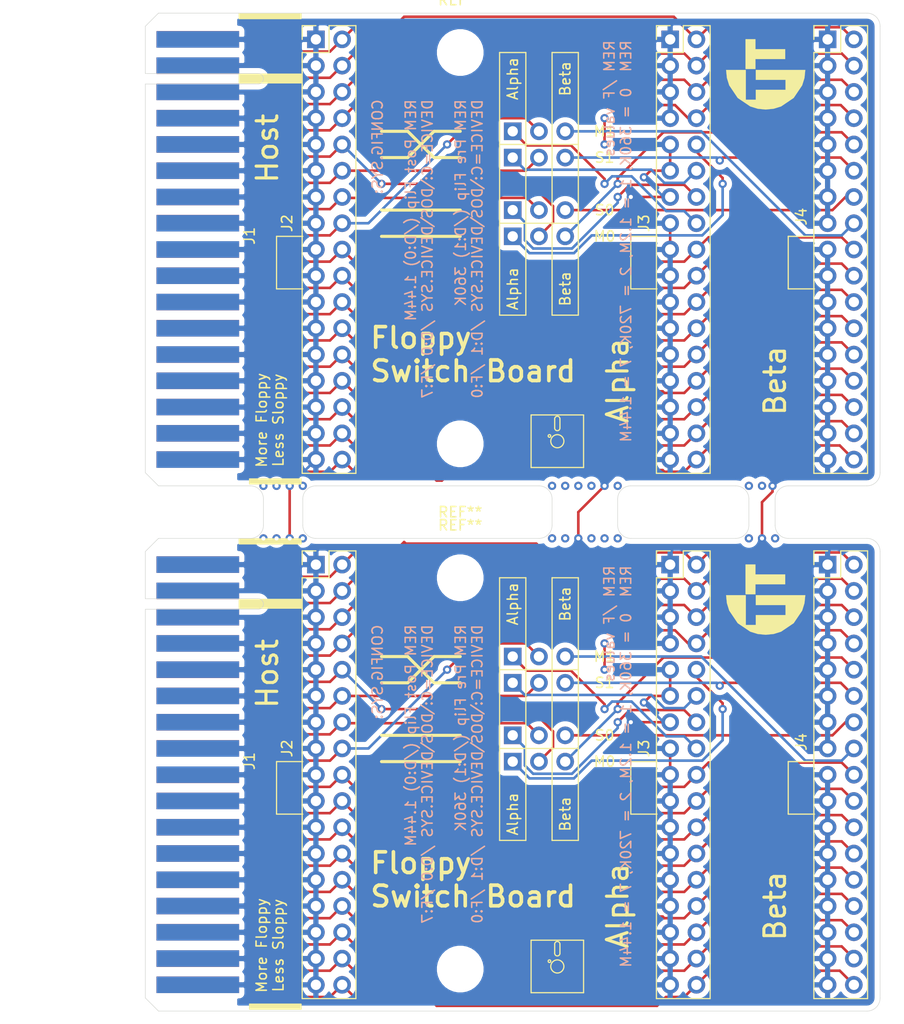
<source format=kicad_pcb>
(kicad_pcb (version 20171130) (host pcbnew 5.1.6+dfsg1-1)
  (layers (0 F.Cu signal) (31 B.Cu signal) (34 B.Paste user) (35 F.Paste user) (36 B.SilkS user hide) (37 F.SilkS user hide) (38 B.Mask user hide) (39 F.Mask user hide) (44 Edge.Cuts user))
  (net 0 "")
  (net 1 DesitySelect)
  (net 2 Reserved1)
  (net 3 Reserved2)
  (net 4 Index)
  (net 5 Motor0-In)
  (net 6 DriveSelect1-In)
  (net 7 DriveSelect0-In)
  (net 8 Motor1-In)
  (net 9 DirectionSelect)
  (net 10 StepHead)
  (net 11 DataWrite)
  (net 12 WriteEnable)
  (net 13 Track00)
  (net 14 WriteProtect)
  (net 15 DataRead)
  (net 16 HeadSelect)
  (net 17 DiskChange)
  (net 18 Motor1-Out-A)
  (net 19 DriveSelect0-Out-A)
  (net 20 DriveSelect1-Out-A)
  (net 21 Motor0-Out-A)
  (net 22 Motor0-Out-B)
  (net 23 DriveSelect1-Out-B)
  (net 24 DriveSelect0-Out-B)
  (net 25 Motor1-Out-B)
  (net 26 GND)
  (module MountingHole:MountingHole_3.5mm (layer F.Cu) (at 146.05 52.07)
    (fp_text reference REF** (at 0 -5.08) (layer F.SilkS))
    (fp_text value MountingHole_3.5mm)
    (pad 1 np_thru_hole circle (at 0 0) (size 3.5 3.5) (drill 3.5) (layers *.Cu *.Mask))
  )
  (module MountingHole:MountingHole_3.5mm (layer F.Cu) (at 146.05 89.916)
    (fp_text reference REF** (at 0 6.604) (layer F.SilkS))
    (fp_text value MountingHole_3.5mm)
    (pad 1 np_thru_hole circle (at 0 0) (size 3.5 3.5) (drill 3.5) (layers *.Cu *.Mask))
  )
  (module Floppy:FloppyCardEdge (layer F.Cu) (at 120.65 50.8)
    (fp_text reference J1 (at 5 19 90) (layer F.SilkS))
    (fp_text value PCFloppyHeader)
    (pad 34 connect rect (at 0 40.64) (size 8 1.6) (layers F.Cu F.Mask) (net 17 DiskChange))
    (pad 33 connect rect (at 0 40.64) (size 8 1.6) (layers B.Cu F.Mask) (net 26 GND))
    (pad 32 connect rect (at 0 38.1) (size 8 1.6) (layers F.Cu F.Mask) (net 16 HeadSelect))
    (pad 31 connect rect (at 0 38.1) (size 8 1.6) (layers B.Cu F.Mask) (net 26 GND))
    (pad 30 connect rect (at 0 35.56) (size 8 1.6) (layers F.Cu F.Mask) (net 15 DataRead))
    (pad 29 connect rect (at 0 35.56) (size 8 1.6) (layers B.Cu F.Mask) (net 26 GND))
    (pad 28 connect rect (at 0 33.02) (size 8 1.6) (layers F.Cu F.Mask) (net 14 WriteProtect))
    (pad 27 connect rect (at 0 33.02) (size 8 1.6) (layers B.Cu F.Mask) (net 26 GND))
    (pad 26 connect rect (at 0 30.48) (size 8 1.6) (layers F.Cu F.Mask) (net 13 Track00))
    (pad 25 connect rect (at 0 30.48) (size 8 1.6) (layers B.Cu F.Mask) (net 26 GND))
    (pad 24 connect rect (at 0 27.94) (size 8 1.6) (layers F.Cu F.Mask) (net 12 WriteEnable))
    (pad 23 connect rect (at 0 27.94) (size 8 1.6) (layers B.Cu F.Mask) (net 26 GND))
    (pad 22 connect rect (at 0 25.4) (size 8 1.6) (layers F.Cu F.Mask) (net 11 DataWrite))
    (pad 21 connect rect (at 0 25.4) (size 8 1.6) (layers B.Cu F.Mask) (net 26 GND))
    (pad 20 connect rect (at 0 22.86) (size 8 1.6) (layers F.Cu F.Mask) (net 10 StepHead))
    (pad 19 connect rect (at 0 22.86) (size 8 1.6) (layers B.Cu F.Mask) (net 26 GND))
    (pad 18 connect rect (at 0 20.32) (size 8 1.6) (layers F.Cu F.Mask) (net 9 DirectionSelect))
    (pad 17 connect rect (at 0 20.32) (size 8 1.6) (layers B.Cu F.Mask) (net 26 GND))
    (pad 16 connect rect (at 0 17.78) (size 8 1.6) (layers F.Cu F.Mask) (net 8 Motor1-In))
    (pad 15 connect rect (at 0 17.78) (size 8 1.6) (layers B.Cu F.Mask) (net 26 GND))
    (pad 14 connect rect (at 0 15.24) (size 8 1.6) (layers F.Cu F.Mask) (net 7 DriveSelect0-In))
    (pad 13 connect rect (at 0 15.24) (size 8 1.6) (layers B.Cu F.Mask) (net 26 GND))
    (pad 12 connect rect (at 0 12.7) (size 8 1.6) (layers F.Cu F.Mask) (net 6 DriveSelect1-In))
    (pad 11 connect rect (at 0 12.7) (size 8 1.6) (layers B.Cu F.Mask) (net 26 GND))
    (pad 10 connect rect (at 0 10.16) (size 8 1.6) (layers F.Cu F.Mask) (net 5 Motor0-In))
    (pad 9 connect rect (at 0 10.16) (size 8 1.6) (layers B.Cu F.Mask) (net 26 GND))
    (pad 8 connect rect (at 0 7.62) (size 8 1.6) (layers F.Cu F.Mask) (net 4 Index))
    (pad 7 connect rect (at 0 7.62) (size 8 1.6) (layers B.Cu F.Mask) (net 26 GND))
    (pad 6 connect rect (at 0 5.08) (size 8 1.6) (layers F.Cu F.Mask) (net 3 Reserved2))
    (pad 5 connect rect (at 0 5.08) (size 8 1.6) (layers B.Cu F.Mask) (net 26 GND))
    (pad 4 connect rect (at 0 2.54) (size 8 1.6) (layers F.Cu F.Mask) (net 2 Reserved1))
    (pad 3 connect rect (at 0 2.54) (size 8 1.6) (layers B.Cu F.Mask) (net 26 GND))
    (pad 2 connect rect (at 0 0) (size 8 1.6) (layers F.Cu F.Mask) (net 1 DesitySelect))
    (pad 1 connect rect (at 0 0) (size 8 1.6) (layers B.Cu F.Mask) (net 26 GND))
  )
  (module Connector_PinHeader_2.54mm:PinHeader_1x03_P2.54mm_Vertical (layer F.Cu) (at 151.13 62.23 90)
    (fp_text reference S1 (at 0 8.89) (layer F.SilkS))
    (fp_text value SW_SPDT)
    (pad 1 thru_hole rect (at 0 0 90) (size 1.7 1.7) (drill 1) (layers *.Cu *.Mask) (net 20 DriveSelect1-Out-A))
    (pad 2 thru_hole oval (at 0 2.54 90) (size 1.7 1.7) (drill 1) (layers *.Cu *.Mask) (net 6 DriveSelect1-In))
    (pad 3 thru_hole oval (at 0 5.08 90) (size 1.7 1.7) (drill 1) (layers *.Cu *.Mask) (net 23 DriveSelect1-Out-B))
  )
  (module Connector_PinHeader_2.54mm:PinHeader_1x03_P2.54mm_Vertical (layer F.Cu) (at 151.13 59.69 90)
    (fp_text reference M1 (at 0 8.89 180) (layer F.SilkS))
    (fp_text value SW_SPDT)
    (pad 3 thru_hole oval (at 0 5.08 90) (size 1.7 1.7) (drill 1) (layers *.Cu *.Mask) (net 25 Motor1-Out-B))
    (pad 2 thru_hole oval (at 0 2.54 90) (size 1.7 1.7) (drill 1) (layers *.Cu *.Mask) (net 8 Motor1-In))
    (pad 1 thru_hole rect (at 0 0 90) (size 1.7 1.7) (drill 1) (layers *.Cu *.Mask) (net 18 Motor1-Out-A))
  )
  (module Floppy:FloppyHeader (layer F.Cu) (at 132.08 50.8)
    (fp_text reference J2 (at -2.794 17.78 90) (layer F.SilkS))
    (fp_text value PCFloppyHeader)
    (pad 1 thru_hole rect (at 0 0) (size 1.7 1.7) (drill 1) (layers *.Cu *.Mask) (net 26 GND))
    (pad 2 thru_hole oval (at 2.54 0) (size 1.7 1.7) (drill 1) (layers *.Cu *.Mask) (net 1 DesitySelect))
    (pad 3 thru_hole oval (at 0 2.54) (size 1.7 1.7) (drill 1) (layers *.Cu *.Mask) (net 26 GND))
    (pad 4 thru_hole oval (at 2.54 2.54) (size 1.7 1.7) (drill 1) (layers *.Cu *.Mask) (net 2 Reserved1))
    (pad 5 thru_hole oval (at 0 5.08) (size 1.7 1.7) (drill 1) (layers *.Cu *.Mask) (net 26 GND))
    (pad 6 thru_hole oval (at 2.54 5.08) (size 1.7 1.7) (drill 1) (layers *.Cu *.Mask) (net 3 Reserved2))
    (pad 7 thru_hole oval (at 0 7.62) (size 1.7 1.7) (drill 1) (layers *.Cu *.Mask) (net 26 GND))
    (pad 8 thru_hole oval (at 2.54 7.62) (size 1.7 1.7) (drill 1) (layers *.Cu *.Mask) (net 4 Index))
    (pad 9 thru_hole oval (at 0 10.16) (size 1.7 1.7) (drill 1) (layers *.Cu *.Mask) (net 26 GND))
    (pad 10 thru_hole oval (at 2.54 10.16) (size 1.7 1.7) (drill 1) (layers *.Cu *.Mask) (net 5 Motor0-In))
    (pad 11 thru_hole oval (at 0 12.7) (size 1.7 1.7) (drill 1) (layers *.Cu *.Mask) (net 26 GND))
    (pad 12 thru_hole oval (at 2.54 12.7) (size 1.7 1.7) (drill 1) (layers *.Cu *.Mask) (net 6 DriveSelect1-In))
    (pad 13 thru_hole oval (at 0 15.24) (size 1.7 1.7) (drill 1) (layers *.Cu *.Mask) (net 26 GND))
    (pad 14 thru_hole oval (at 2.54 15.24) (size 1.7 1.7) (drill 1) (layers *.Cu *.Mask) (net 7 DriveSelect0-In))
    (pad 15 thru_hole oval (at 0 17.78) (size 1.7 1.7) (drill 1) (layers *.Cu *.Mask) (net 26 GND))
    (pad 16 thru_hole oval (at 2.54 17.78) (size 1.7 1.7) (drill 1) (layers *.Cu *.Mask) (net 8 Motor1-In))
    (pad 17 thru_hole oval (at 0 20.32) (size 1.7 1.7) (drill 1) (layers *.Cu *.Mask) (net 26 GND))
    (pad 18 thru_hole oval (at 2.54 20.32) (size 1.7 1.7) (drill 1) (layers *.Cu *.Mask) (net 9 DirectionSelect))
    (pad 19 thru_hole oval (at 0 22.86) (size 1.7 1.7) (drill 1) (layers *.Cu *.Mask) (net 26 GND))
    (pad 20 thru_hole oval (at 2.54 22.86) (size 1.7 1.7) (drill 1) (layers *.Cu *.Mask) (net 10 StepHead))
    (pad 21 thru_hole oval (at 0 25.4) (size 1.7 1.7) (drill 1) (layers *.Cu *.Mask) (net 26 GND))
    (pad 22 thru_hole oval (at 2.54 25.4) (size 1.7 1.7) (drill 1) (layers *.Cu *.Mask) (net 11 DataWrite))
    (pad 23 thru_hole oval (at 0 27.94) (size 1.7 1.7) (drill 1) (layers *.Cu *.Mask) (net 26 GND))
    (pad 24 thru_hole oval (at 2.54 27.94) (size 1.7 1.7) (drill 1) (layers *.Cu *.Mask) (net 12 WriteEnable))
    (pad 25 thru_hole oval (at 0 30.48) (size 1.7 1.7) (drill 1) (layers *.Cu *.Mask) (net 26 GND))
    (pad 26 thru_hole oval (at 2.54 30.48) (size 1.7 1.7) (drill 1) (layers *.Cu *.Mask) (net 13 Track00))
    (pad 27 thru_hole oval (at 0 33.02) (size 1.7 1.7) (drill 1) (layers *.Cu *.Mask) (net 26 GND))
    (pad 28 thru_hole oval (at 2.54 33.02) (size 1.7 1.7) (drill 1) (layers *.Cu *.Mask) (net 14 WriteProtect))
    (pad 29 thru_hole oval (at 0 35.56) (size 1.7 1.7) (drill 1) (layers *.Cu *.Mask) (net 26 GND))
    (pad 30 thru_hole oval (at 2.54 35.56) (size 1.7 1.7) (drill 1) (layers *.Cu *.Mask) (net 15 DataRead))
    (pad 31 thru_hole oval (at 0 38.1) (size 1.7 1.7) (drill 1) (layers *.Cu *.Mask) (net 26 GND))
    (pad 32 thru_hole oval (at 2.54 38.1) (size 1.7 1.7) (drill 1) (layers *.Cu *.Mask) (net 16 HeadSelect))
    (pad 33 thru_hole oval (at 0 40.64) (size 1.7 1.7) (drill 1) (layers *.Cu *.Mask) (net 26 GND))
    (pad 34 thru_hole oval (at 2.54 40.64) (size 1.7 1.7) (drill 1) (layers *.Cu *.Mask) (net 17 DiskChange))
  )
  (module Connector_PinHeader_2.54mm:PinHeader_1x03_P2.54mm_Vertical (layer F.Cu) (at 151.13 69.85 90)
    (fp_text reference M0 (at 0 8.89) (layer F.SilkS))
    (fp_text value SW_SPDT)
    (pad 3 thru_hole oval (at 0 5.08 90) (size 1.7 1.7) (drill 1) (layers *.Cu *.Mask) (net 22 Motor0-Out-B))
    (pad 2 thru_hole oval (at 0 2.54 90) (size 1.7 1.7) (drill 1) (layers *.Cu *.Mask) (net 5 Motor0-In))
    (pad 1 thru_hole rect (at 0 0 90) (size 1.7 1.7) (drill 1) (layers *.Cu *.Mask) (net 21 Motor0-Out-A))
  )
  (module Floppy:FloppyHeader (layer F.Cu) (at 166.37 50.8)
    (fp_text reference J3 (at -2.54 17.78 90) (layer F.SilkS))
    (fp_text value PCFloppyHeader)
    (pad 1 thru_hole rect (at 0 0) (size 1.7 1.7) (drill 1) (layers *.Cu *.Mask) (net 26 GND))
    (pad 2 thru_hole oval (at 2.54 0) (size 1.7 1.7) (drill 1) (layers *.Cu *.Mask) (net 1 DesitySelect))
    (pad 3 thru_hole oval (at 0 2.54) (size 1.7 1.7) (drill 1) (layers *.Cu *.Mask) (net 26 GND))
    (pad 4 thru_hole oval (at 2.54 2.54) (size 1.7 1.7) (drill 1) (layers *.Cu *.Mask) (net 2 Reserved1))
    (pad 5 thru_hole oval (at 0 5.08) (size 1.7 1.7) (drill 1) (layers *.Cu *.Mask) (net 26 GND))
    (pad 6 thru_hole oval (at 2.54 5.08) (size 1.7 1.7) (drill 1) (layers *.Cu *.Mask) (net 3 Reserved2))
    (pad 7 thru_hole oval (at 0 7.62) (size 1.7 1.7) (drill 1) (layers *.Cu *.Mask) (net 26 GND))
    (pad 8 thru_hole oval (at 2.54 7.62) (size 1.7 1.7) (drill 1) (layers *.Cu *.Mask) (net 4 Index))
    (pad 9 thru_hole oval (at 0 10.16) (size 1.7 1.7) (drill 1) (layers *.Cu *.Mask) (net 26 GND))
    (pad 10 thru_hole oval (at 2.54 10.16) (size 1.7 1.7) (drill 1) (layers *.Cu *.Mask) (net 21 Motor0-Out-A))
    (pad 11 thru_hole oval (at 0 12.7) (size 1.7 1.7) (drill 1) (layers *.Cu *.Mask) (net 26 GND))
    (pad 12 thru_hole oval (at 2.54 12.7) (size 1.7 1.7) (drill 1) (layers *.Cu *.Mask) (net 20 DriveSelect1-Out-A))
    (pad 13 thru_hole oval (at 0 15.24) (size 1.7 1.7) (drill 1) (layers *.Cu *.Mask) (net 26 GND))
    (pad 14 thru_hole oval (at 2.54 15.24) (size 1.7 1.7) (drill 1) (layers *.Cu *.Mask) (net 19 DriveSelect0-Out-A))
    (pad 15 thru_hole oval (at 0 17.78) (size 1.7 1.7) (drill 1) (layers *.Cu *.Mask) (net 26 GND))
    (pad 16 thru_hole oval (at 2.54 17.78) (size 1.7 1.7) (drill 1) (layers *.Cu *.Mask) (net 18 Motor1-Out-A))
    (pad 17 thru_hole oval (at 0 20.32) (size 1.7 1.7) (drill 1) (layers *.Cu *.Mask) (net 26 GND))
    (pad 18 thru_hole oval (at 2.54 20.32) (size 1.7 1.7) (drill 1) (layers *.Cu *.Mask) (net 9 DirectionSelect))
    (pad 19 thru_hole oval (at 0 22.86) (size 1.7 1.7) (drill 1) (layers *.Cu *.Mask) (net 26 GND))
    (pad 20 thru_hole oval (at 2.54 22.86) (size 1.7 1.7) (drill 1) (layers *.Cu *.Mask) (net 10 StepHead))
    (pad 21 thru_hole oval (at 0 25.4) (size 1.7 1.7) (drill 1) (layers *.Cu *.Mask) (net 26 GND))
    (pad 22 thru_hole oval (at 2.54 25.4) (size 1.7 1.7) (drill 1) (layers *.Cu *.Mask) (net 11 DataWrite))
    (pad 23 thru_hole oval (at 0 27.94) (size 1.7 1.7) (drill 1) (layers *.Cu *.Mask) (net 26 GND))
    (pad 24 thru_hole oval (at 2.54 27.94) (size 1.7 1.7) (drill 1) (layers *.Cu *.Mask) (net 12 WriteEnable))
    (pad 25 thru_hole oval (at 0 30.48) (size 1.7 1.7) (drill 1) (layers *.Cu *.Mask) (net 26 GND))
    (pad 26 thru_hole oval (at 2.54 30.48) (size 1.7 1.7) (drill 1) (layers *.Cu *.Mask) (net 13 Track00))
    (pad 27 thru_hole oval (at 0 33.02) (size 1.7 1.7) (drill 1) (layers *.Cu *.Mask) (net 26 GND))
    (pad 28 thru_hole oval (at 2.54 33.02) (size 1.7 1.7) (drill 1) (layers *.Cu *.Mask) (net 14 WriteProtect))
    (pad 29 thru_hole oval (at 0 35.56) (size 1.7 1.7) (drill 1) (layers *.Cu *.Mask) (net 26 GND))
    (pad 30 thru_hole oval (at 2.54 35.56) (size 1.7 1.7) (drill 1) (layers *.Cu *.Mask) (net 15 DataRead))
    (pad 31 thru_hole oval (at 0 38.1) (size 1.7 1.7) (drill 1) (layers *.Cu *.Mask) (net 26 GND))
    (pad 32 thru_hole oval (at 2.54 38.1) (size 1.7 1.7) (drill 1) (layers *.Cu *.Mask) (net 16 HeadSelect))
    (pad 33 thru_hole oval (at 0 40.64) (size 1.7 1.7) (drill 1) (layers *.Cu *.Mask) (net 26 GND))
    (pad 34 thru_hole oval (at 2.54 40.64) (size 1.7 1.7) (drill 1) (layers *.Cu *.Mask) (net 17 DiskChange))
  )
  (module Connector_PinHeader_2.54mm:PinHeader_1x03_P2.54mm_Vertical (layer F.Cu) (at 151.13 67.31 90)
    (fp_text reference S0 (at 0 8.89) (layer F.SilkS))
    (fp_text value SW_SPDT)
    (pad 1 thru_hole rect (at 0 0 90) (size 1.7 1.7) (drill 1) (layers *.Cu *.Mask) (net 19 DriveSelect0-Out-A))
    (pad 2 thru_hole oval (at 0 2.54 90) (size 1.7 1.7) (drill 1) (layers *.Cu *.Mask) (net 7 DriveSelect0-In))
    (pad 3 thru_hole oval (at 0 5.08 90) (size 1.7 1.7) (drill 1) (layers *.Cu *.Mask) (net 24 DriveSelect0-Out-B))
  )
  (module Floppy:FloppyHeader (layer F.Cu) (at 181.61 50.8)
    (fp_text reference J4 (at -2.54 17.145 90) (layer F.SilkS))
    (fp_text value PCFloppyHeader)
    (pad 34 thru_hole oval (at 2.54 40.64) (size 1.7 1.7) (drill 1) (layers *.Cu *.Mask) (net 17 DiskChange))
    (pad 33 thru_hole oval (at 0 40.64) (size 1.7 1.7) (drill 1) (layers *.Cu *.Mask) (net 26 GND))
    (pad 32 thru_hole oval (at 2.54 38.1) (size 1.7 1.7) (drill 1) (layers *.Cu *.Mask) (net 16 HeadSelect))
    (pad 31 thru_hole oval (at 0 38.1) (size 1.7 1.7) (drill 1) (layers *.Cu *.Mask) (net 26 GND))
    (pad 30 thru_hole oval (at 2.54 35.56) (size 1.7 1.7) (drill 1) (layers *.Cu *.Mask) (net 15 DataRead))
    (pad 29 thru_hole oval (at 0 35.56) (size 1.7 1.7) (drill 1) (layers *.Cu *.Mask) (net 26 GND))
    (pad 28 thru_hole oval (at 2.54 33.02) (size 1.7 1.7) (drill 1) (layers *.Cu *.Mask) (net 14 WriteProtect))
    (pad 27 thru_hole oval (at 0 33.02) (size 1.7 1.7) (drill 1) (layers *.Cu *.Mask) (net 26 GND))
    (pad 26 thru_hole oval (at 2.54 30.48) (size 1.7 1.7) (drill 1) (layers *.Cu *.Mask) (net 13 Track00))
    (pad 25 thru_hole oval (at 0 30.48) (size 1.7 1.7) (drill 1) (layers *.Cu *.Mask) (net 26 GND))
    (pad 24 thru_hole oval (at 2.54 27.94) (size 1.7 1.7) (drill 1) (layers *.Cu *.Mask) (net 12 WriteEnable))
    (pad 23 thru_hole oval (at 0 27.94) (size 1.7 1.7) (drill 1) (layers *.Cu *.Mask) (net 26 GND))
    (pad 22 thru_hole oval (at 2.54 25.4) (size 1.7 1.7) (drill 1) (layers *.Cu *.Mask) (net 11 DataWrite))
    (pad 21 thru_hole oval (at 0 25.4) (size 1.7 1.7) (drill 1) (layers *.Cu *.Mask) (net 26 GND))
    (pad 20 thru_hole oval (at 2.54 22.86) (size 1.7 1.7) (drill 1) (layers *.Cu *.Mask) (net 10 StepHead))
    (pad 19 thru_hole oval (at 0 22.86) (size 1.7 1.7) (drill 1) (layers *.Cu *.Mask) (net 26 GND))
    (pad 18 thru_hole oval (at 2.54 20.32) (size 1.7 1.7) (drill 1) (layers *.Cu *.Mask) (net 9 DirectionSelect))
    (pad 17 thru_hole oval (at 0 20.32) (size 1.7 1.7) (drill 1) (layers *.Cu *.Mask) (net 26 GND))
    (pad 16 thru_hole oval (at 2.54 17.78) (size 1.7 1.7) (drill 1) (layers *.Cu *.Mask) (net 25 Motor1-Out-B))
    (pad 15 thru_hole oval (at 0 17.78) (size 1.7 1.7) (drill 1) (layers *.Cu *.Mask) (net 26 GND))
    (pad 14 thru_hole oval (at 2.54 15.24) (size 1.7 1.7) (drill 1) (layers *.Cu *.Mask) (net 24 DriveSelect0-Out-B))
    (pad 13 thru_hole oval (at 0 15.24) (size 1.7 1.7) (drill 1) (layers *.Cu *.Mask) (net 26 GND))
    (pad 12 thru_hole oval (at 2.54 12.7) (size 1.7 1.7) (drill 1) (layers *.Cu *.Mask) (net 23 DriveSelect1-Out-B))
    (pad 11 thru_hole oval (at 0 12.7) (size 1.7 1.7) (drill 1) (layers *.Cu *.Mask) (net 26 GND))
    (pad 10 thru_hole oval (at 2.54 10.16) (size 1.7 1.7) (drill 1) (layers *.Cu *.Mask) (net 22 Motor0-Out-B))
    (pad 9 thru_hole oval (at 0 10.16) (size 1.7 1.7) (drill 1) (layers *.Cu *.Mask) (net 26 GND))
    (pad 8 thru_hole oval (at 2.54 7.62) (size 1.7 1.7) (drill 1) (layers *.Cu *.Mask) (net 4 Index))
    (pad 7 thru_hole oval (at 0 7.62) (size 1.7 1.7) (drill 1) (layers *.Cu *.Mask) (net 26 GND))
    (pad 6 thru_hole oval (at 2.54 5.08) (size 1.7 1.7) (drill 1) (layers *.Cu *.Mask) (net 3 Reserved2))
    (pad 5 thru_hole oval (at 0 5.08) (size 1.7 1.7) (drill 1) (layers *.Cu *.Mask) (net 26 GND))
    (pad 4 thru_hole oval (at 2.54 2.54) (size 1.7 1.7) (drill 1) (layers *.Cu *.Mask) (net 2 Reserved1))
    (pad 3 thru_hole oval (at 0 2.54) (size 1.7 1.7) (drill 1) (layers *.Cu *.Mask) (net 26 GND))
    (pad 2 thru_hole oval (at 2.54 0) (size 1.7 1.7) (drill 1) (layers *.Cu *.Mask) (net 1 DesitySelect))
    (pad 1 thru_hole rect (at 0 0) (size 1.7 1.7) (drill 1) (layers *.Cu *.Mask) (net 26 GND))
  )
  (module MountingHole:MountingHole_3.5mm (layer F.Cu) (at 146.05 140.716)
    (fp_text reference REF** (at 0 6.604) (layer F.SilkS))
    (fp_text value MountingHole_3.5mm)
    (pad 1 np_thru_hole circle (at 0 0) (size 3.5 3.5) (drill 3.5) (layers *.Cu *.Mask))
  )
  (module MountingHole:MountingHole_3.5mm (layer F.Cu) (at 146.05 102.87)
    (fp_text reference REF** (at 0 -5.08) (layer F.SilkS))
    (fp_text value MountingHole_3.5mm)
    (pad 1 np_thru_hole circle (at 0 0) (size 3.5 3.5) (drill 3.5) (layers *.Cu *.Mask))
  )
  (module Connector_PinHeader_2.54mm:PinHeader_1x03_P2.54mm_Vertical (layer F.Cu) (at 151.13 120.65 90)
    (fp_text reference M0 (at 0 8.89) (layer F.SilkS))
    (fp_text value SW_SPDT)
    (pad 1 thru_hole rect (at 0 0 90) (size 1.7 1.7) (drill 1) (layers *.Cu *.Mask) (net 21 Motor0-Out-A))
    (pad 2 thru_hole oval (at 0 2.54 90) (size 1.7 1.7) (drill 1) (layers *.Cu *.Mask) (net 5 Motor0-In))
    (pad 3 thru_hole oval (at 0 5.08 90) (size 1.7 1.7) (drill 1) (layers *.Cu *.Mask) (net 22 Motor0-Out-B))
  )
  (module Connector_PinHeader_2.54mm:PinHeader_1x03_P2.54mm_Vertical (layer F.Cu) (at 151.13 118.11 90)
    (fp_text reference S0 (at 0 8.89) (layer F.SilkS))
    (fp_text value SW_SPDT)
    (pad 3 thru_hole oval (at 0 5.08 90) (size 1.7 1.7) (drill 1) (layers *.Cu *.Mask) (net 24 DriveSelect0-Out-B))
    (pad 2 thru_hole oval (at 0 2.54 90) (size 1.7 1.7) (drill 1) (layers *.Cu *.Mask) (net 7 DriveSelect0-In))
    (pad 1 thru_hole rect (at 0 0 90) (size 1.7 1.7) (drill 1) (layers *.Cu *.Mask) (net 19 DriveSelect0-Out-A))
  )
  (module Connector_PinHeader_2.54mm:PinHeader_1x03_P2.54mm_Vertical (layer F.Cu) (at 151.13 110.49 90)
    (fp_text reference M1 (at 0 8.89 180) (layer F.SilkS))
    (fp_text value SW_SPDT)
    (pad 1 thru_hole rect (at 0 0 90) (size 1.7 1.7) (drill 1) (layers *.Cu *.Mask) (net 18 Motor1-Out-A))
    (pad 2 thru_hole oval (at 0 2.54 90) (size 1.7 1.7) (drill 1) (layers *.Cu *.Mask) (net 8 Motor1-In))
    (pad 3 thru_hole oval (at 0 5.08 90) (size 1.7 1.7) (drill 1) (layers *.Cu *.Mask) (net 25 Motor1-Out-B))
  )
  (module Connector_PinHeader_2.54mm:PinHeader_1x03_P2.54mm_Vertical (layer F.Cu) (at 151.13 113.03 90)
    (fp_text reference S1 (at 0 8.89) (layer F.SilkS))
    (fp_text value SW_SPDT)
    (pad 3 thru_hole oval (at 0 5.08 90) (size 1.7 1.7) (drill 1) (layers *.Cu *.Mask) (net 23 DriveSelect1-Out-B))
    (pad 2 thru_hole oval (at 0 2.54 90) (size 1.7 1.7) (drill 1) (layers *.Cu *.Mask) (net 6 DriveSelect1-In))
    (pad 1 thru_hole rect (at 0 0 90) (size 1.7 1.7) (drill 1) (layers *.Cu *.Mask) (net 20 DriveSelect1-Out-A))
  )
  (module Floppy:FloppyCardEdge (layer F.Cu) (at 120.65 101.6)
    (fp_text reference J1 (at 5 19 90) (layer F.SilkS))
    (fp_text value PCFloppyHeader)
    (pad 1 connect rect (at 0 0) (size 8 1.6) (layers B.Cu F.Mask) (net 26 GND))
    (pad 2 connect rect (at 0 0) (size 8 1.6) (layers F.Cu F.Mask) (net 1 DesitySelect))
    (pad 3 connect rect (at 0 2.54) (size 8 1.6) (layers B.Cu F.Mask) (net 26 GND))
    (pad 4 connect rect (at 0 2.54) (size 8 1.6) (layers F.Cu F.Mask) (net 2 Reserved1))
    (pad 5 connect rect (at 0 5.08) (size 8 1.6) (layers B.Cu F.Mask) (net 26 GND))
    (pad 6 connect rect (at 0 5.08) (size 8 1.6) (layers F.Cu F.Mask) (net 3 Reserved2))
    (pad 7 connect rect (at 0 7.62) (size 8 1.6) (layers B.Cu F.Mask) (net 26 GND))
    (pad 8 connect rect (at 0 7.62) (size 8 1.6) (layers F.Cu F.Mask) (net 4 Index))
    (pad 9 connect rect (at 0 10.16) (size 8 1.6) (layers B.Cu F.Mask) (net 26 GND))
    (pad 10 connect rect (at 0 10.16) (size 8 1.6) (layers F.Cu F.Mask) (net 5 Motor0-In))
    (pad 11 connect rect (at 0 12.7) (size 8 1.6) (layers B.Cu F.Mask) (net 26 GND))
    (pad 12 connect rect (at 0 12.7) (size 8 1.6) (layers F.Cu F.Mask) (net 6 DriveSelect1-In))
    (pad 13 connect rect (at 0 15.24) (size 8 1.6) (layers B.Cu F.Mask) (net 26 GND))
    (pad 14 connect rect (at 0 15.24) (size 8 1.6) (layers F.Cu F.Mask) (net 7 DriveSelect0-In))
    (pad 15 connect rect (at 0 17.78) (size 8 1.6) (layers B.Cu F.Mask) (net 26 GND))
    (pad 16 connect rect (at 0 17.78) (size 8 1.6) (layers F.Cu F.Mask) (net 8 Motor1-In))
    (pad 17 connect rect (at 0 20.32) (size 8 1.6) (layers B.Cu F.Mask) (net 26 GND))
    (pad 18 connect rect (at 0 20.32) (size 8 1.6) (layers F.Cu F.Mask) (net 9 DirectionSelect))
    (pad 19 connect rect (at 0 22.86) (size 8 1.6) (layers B.Cu F.Mask) (net 26 GND))
    (pad 20 connect rect (at 0 22.86) (size 8 1.6) (layers F.Cu F.Mask) (net 10 StepHead))
    (pad 21 connect rect (at 0 25.4) (size 8 1.6) (layers B.Cu F.Mask) (net 26 GND))
    (pad 22 connect rect (at 0 25.4) (size 8 1.6) (layers F.Cu F.Mask) (net 11 DataWrite))
    (pad 23 connect rect (at 0 27.94) (size 8 1.6) (layers B.Cu F.Mask) (net 26 GND))
    (pad 24 connect rect (at 0 27.94) (size 8 1.6) (layers F.Cu F.Mask) (net 12 WriteEnable))
    (pad 25 connect rect (at 0 30.48) (size 8 1.6) (layers B.Cu F.Mask) (net 26 GND))
    (pad 26 connect rect (at 0 30.48) (size 8 1.6) (layers F.Cu F.Mask) (net 13 Track00))
    (pad 27 connect rect (at 0 33.02) (size 8 1.6) (layers B.Cu F.Mask) (net 26 GND))
    (pad 28 connect rect (at 0 33.02) (size 8 1.6) (layers F.Cu F.Mask) (net 14 WriteProtect))
    (pad 29 connect rect (at 0 35.56) (size 8 1.6) (layers B.Cu F.Mask) (net 26 GND))
    (pad 30 connect rect (at 0 35.56) (size 8 1.6) (layers F.Cu F.Mask) (net 15 DataRead))
    (pad 31 connect rect (at 0 38.1) (size 8 1.6) (layers B.Cu F.Mask) (net 26 GND))
    (pad 32 connect rect (at 0 38.1) (size 8 1.6) (layers F.Cu F.Mask) (net 16 HeadSelect))
    (pad 33 connect rect (at 0 40.64) (size 8 1.6) (layers B.Cu F.Mask) (net 26 GND))
    (pad 34 connect rect (at 0 40.64) (size 8 1.6) (layers F.Cu F.Mask) (net 17 DiskChange))
  )
  (module Floppy:FloppyHeader (layer F.Cu) (at 132.08 101.6)
    (fp_text reference J2 (at -2.794 17.78 90) (layer F.SilkS))
    (fp_text value PCFloppyHeader)
    (pad 34 thru_hole oval (at 2.54 40.64) (size 1.7 1.7) (drill 1) (layers *.Cu *.Mask) (net 17 DiskChange))
    (pad 33 thru_hole oval (at 0 40.64) (size 1.7 1.7) (drill 1) (layers *.Cu *.Mask) (net 26 GND))
    (pad 32 thru_hole oval (at 2.54 38.1) (size 1.7 1.7) (drill 1) (layers *.Cu *.Mask) (net 16 HeadSelect))
    (pad 31 thru_hole oval (at 0 38.1) (size 1.7 1.7) (drill 1) (layers *.Cu *.Mask) (net 26 GND))
    (pad 30 thru_hole oval (at 2.54 35.56) (size 1.7 1.7) (drill 1) (layers *.Cu *.Mask) (net 15 DataRead))
    (pad 29 thru_hole oval (at 0 35.56) (size 1.7 1.7) (drill 1) (layers *.Cu *.Mask) (net 26 GND))
    (pad 28 thru_hole oval (at 2.54 33.02) (size 1.7 1.7) (drill 1) (layers *.Cu *.Mask) (net 14 WriteProtect))
    (pad 27 thru_hole oval (at 0 33.02) (size 1.7 1.7) (drill 1) (layers *.Cu *.Mask) (net 26 GND))
    (pad 26 thru_hole oval (at 2.54 30.48) (size 1.7 1.7) (drill 1) (layers *.Cu *.Mask) (net 13 Track00))
    (pad 25 thru_hole oval (at 0 30.48) (size 1.7 1.7) (drill 1) (layers *.Cu *.Mask) (net 26 GND))
    (pad 24 thru_hole oval (at 2.54 27.94) (size 1.7 1.7) (drill 1) (layers *.Cu *.Mask) (net 12 WriteEnable))
    (pad 23 thru_hole oval (at 0 27.94) (size 1.7 1.7) (drill 1) (layers *.Cu *.Mask) (net 26 GND))
    (pad 22 thru_hole oval (at 2.54 25.4) (size 1.7 1.7) (drill 1) (layers *.Cu *.Mask) (net 11 DataWrite))
    (pad 21 thru_hole oval (at 0 25.4) (size 1.7 1.7) (drill 1) (layers *.Cu *.Mask) (net 26 GND))
    (pad 20 thru_hole oval (at 2.54 22.86) (size 1.7 1.7) (drill 1) (layers *.Cu *.Mask) (net 10 StepHead))
    (pad 19 thru_hole oval (at 0 22.86) (size 1.7 1.7) (drill 1) (layers *.Cu *.Mask) (net 26 GND))
    (pad 18 thru_hole oval (at 2.54 20.32) (size 1.7 1.7) (drill 1) (layers *.Cu *.Mask) (net 9 DirectionSelect))
    (pad 17 thru_hole oval (at 0 20.32) (size 1.7 1.7) (drill 1) (layers *.Cu *.Mask) (net 26 GND))
    (pad 16 thru_hole oval (at 2.54 17.78) (size 1.7 1.7) (drill 1) (layers *.Cu *.Mask) (net 8 Motor1-In))
    (pad 15 thru_hole oval (at 0 17.78) (size 1.7 1.7) (drill 1) (layers *.Cu *.Mask) (net 26 GND))
    (pad 14 thru_hole oval (at 2.54 15.24) (size 1.7 1.7) (drill 1) (layers *.Cu *.Mask) (net 7 DriveSelect0-In))
    (pad 13 thru_hole oval (at 0 15.24) (size 1.7 1.7) (drill 1) (layers *.Cu *.Mask) (net 26 GND))
    (pad 12 thru_hole oval (at 2.54 12.7) (size 1.7 1.7) (drill 1) (layers *.Cu *.Mask) (net 6 DriveSelect1-In))
    (pad 11 thru_hole oval (at 0 12.7) (size 1.7 1.7) (drill 1) (layers *.Cu *.Mask) (net 26 GND))
    (pad 10 thru_hole oval (at 2.54 10.16) (size 1.7 1.7) (drill 1) (layers *.Cu *.Mask) (net 5 Motor0-In))
    (pad 9 thru_hole oval (at 0 10.16) (size 1.7 1.7) (drill 1) (layers *.Cu *.Mask) (net 26 GND))
    (pad 8 thru_hole oval (at 2.54 7.62) (size 1.7 1.7) (drill 1) (layers *.Cu *.Mask) (net 4 Index))
    (pad 7 thru_hole oval (at 0 7.62) (size 1.7 1.7) (drill 1) (layers *.Cu *.Mask) (net 26 GND))
    (pad 6 thru_hole oval (at 2.54 5.08) (size 1.7 1.7) (drill 1) (layers *.Cu *.Mask) (net 3 Reserved2))
    (pad 5 thru_hole oval (at 0 5.08) (size 1.7 1.7) (drill 1) (layers *.Cu *.Mask) (net 26 GND))
    (pad 4 thru_hole oval (at 2.54 2.54) (size 1.7 1.7) (drill 1) (layers *.Cu *.Mask) (net 2 Reserved1))
    (pad 3 thru_hole oval (at 0 2.54) (size 1.7 1.7) (drill 1) (layers *.Cu *.Mask) (net 26 GND))
    (pad 2 thru_hole oval (at 2.54 0) (size 1.7 1.7) (drill 1) (layers *.Cu *.Mask) (net 1 DesitySelect))
    (pad 1 thru_hole rect (at 0 0) (size 1.7 1.7) (drill 1) (layers *.Cu *.Mask) (net 26 GND))
  )
  (module Floppy:FloppyHeader (layer F.Cu) (at 166.37 101.6)
    (fp_text reference J3 (at -2.54 17.78 90) (layer F.SilkS))
    (fp_text value PCFloppyHeader)
    (pad 34 thru_hole oval (at 2.54 40.64) (size 1.7 1.7) (drill 1) (layers *.Cu *.Mask) (net 17 DiskChange))
    (pad 33 thru_hole oval (at 0 40.64) (size 1.7 1.7) (drill 1) (layers *.Cu *.Mask) (net 26 GND))
    (pad 32 thru_hole oval (at 2.54 38.1) (size 1.7 1.7) (drill 1) (layers *.Cu *.Mask) (net 16 HeadSelect))
    (pad 31 thru_hole oval (at 0 38.1) (size 1.7 1.7) (drill 1) (layers *.Cu *.Mask) (net 26 GND))
    (pad 30 thru_hole oval (at 2.54 35.56) (size 1.7 1.7) (drill 1) (layers *.Cu *.Mask) (net 15 DataRead))
    (pad 29 thru_hole oval (at 0 35.56) (size 1.7 1.7) (drill 1) (layers *.Cu *.Mask) (net 26 GND))
    (pad 28 thru_hole oval (at 2.54 33.02) (size 1.7 1.7) (drill 1) (layers *.Cu *.Mask) (net 14 WriteProtect))
    (pad 27 thru_hole oval (at 0 33.02) (size 1.7 1.7) (drill 1) (layers *.Cu *.Mask) (net 26 GND))
    (pad 26 thru_hole oval (at 2.54 30.48) (size 1.7 1.7) (drill 1) (layers *.Cu *.Mask) (net 13 Track00))
    (pad 25 thru_hole oval (at 0 30.48) (size 1.7 1.7) (drill 1) (layers *.Cu *.Mask) (net 26 GND))
    (pad 24 thru_hole oval (at 2.54 27.94) (size 1.7 1.7) (drill 1) (layers *.Cu *.Mask) (net 12 WriteEnable))
    (pad 23 thru_hole oval (at 0 27.94) (size 1.7 1.7) (drill 1) (layers *.Cu *.Mask) (net 26 GND))
    (pad 22 thru_hole oval (at 2.54 25.4) (size 1.7 1.7) (drill 1) (layers *.Cu *.Mask) (net 11 DataWrite))
    (pad 21 thru_hole oval (at 0 25.4) (size 1.7 1.7) (drill 1) (layers *.Cu *.Mask) (net 26 GND))
    (pad 20 thru_hole oval (at 2.54 22.86) (size 1.7 1.7) (drill 1) (layers *.Cu *.Mask) (net 10 StepHead))
    (pad 19 thru_hole oval (at 0 22.86) (size 1.7 1.7) (drill 1) (layers *.Cu *.Mask) (net 26 GND))
    (pad 18 thru_hole oval (at 2.54 20.32) (size 1.7 1.7) (drill 1) (layers *.Cu *.Mask) (net 9 DirectionSelect))
    (pad 17 thru_hole oval (at 0 20.32) (size 1.7 1.7) (drill 1) (layers *.Cu *.Mask) (net 26 GND))
    (pad 16 thru_hole oval (at 2.54 17.78) (size 1.7 1.7) (drill 1) (layers *.Cu *.Mask) (net 18 Motor1-Out-A))
    (pad 15 thru_hole oval (at 0 17.78) (size 1.7 1.7) (drill 1) (layers *.Cu *.Mask) (net 26 GND))
    (pad 14 thru_hole oval (at 2.54 15.24) (size 1.7 1.7) (drill 1) (layers *.Cu *.Mask) (net 19 DriveSelect0-Out-A))
    (pad 13 thru_hole oval (at 0 15.24) (size 1.7 1.7) (drill 1) (layers *.Cu *.Mask) (net 26 GND))
    (pad 12 thru_hole oval (at 2.54 12.7) (size 1.7 1.7) (drill 1) (layers *.Cu *.Mask) (net 20 DriveSelect1-Out-A))
    (pad 11 thru_hole oval (at 0 12.7) (size 1.7 1.7) (drill 1) (layers *.Cu *.Mask) (net 26 GND))
    (pad 10 thru_hole oval (at 2.54 10.16) (size 1.7 1.7) (drill 1) (layers *.Cu *.Mask) (net 21 Motor0-Out-A))
    (pad 9 thru_hole oval (at 0 10.16) (size 1.7 1.7) (drill 1) (layers *.Cu *.Mask) (net 26 GND))
    (pad 8 thru_hole oval (at 2.54 7.62) (size 1.7 1.7) (drill 1) (layers *.Cu *.Mask) (net 4 Index))
    (pad 7 thru_hole oval (at 0 7.62) (size 1.7 1.7) (drill 1) (layers *.Cu *.Mask) (net 26 GND))
    (pad 6 thru_hole oval (at 2.54 5.08) (size 1.7 1.7) (drill 1) (layers *.Cu *.Mask) (net 3 Reserved2))
    (pad 5 thru_hole oval (at 0 5.08) (size 1.7 1.7) (drill 1) (layers *.Cu *.Mask) (net 26 GND))
    (pad 4 thru_hole oval (at 2.54 2.54) (size 1.7 1.7) (drill 1) (layers *.Cu *.Mask) (net 2 Reserved1))
    (pad 3 thru_hole oval (at 0 2.54) (size 1.7 1.7) (drill 1) (layers *.Cu *.Mask) (net 26 GND))
    (pad 2 thru_hole oval (at 2.54 0) (size 1.7 1.7) (drill 1) (layers *.Cu *.Mask) (net 1 DesitySelect))
    (pad 1 thru_hole rect (at 0 0) (size 1.7 1.7) (drill 1) (layers *.Cu *.Mask) (net 26 GND))
  )
  (module Floppy:FloppyHeader (layer F.Cu) (at 181.61 101.6)
    (fp_text reference J4 (at -2.54 17.145 90) (layer F.SilkS))
    (fp_text value PCFloppyHeader)
    (pad 1 thru_hole rect (at 0 0) (size 1.7 1.7) (drill 1) (layers *.Cu *.Mask) (net 26 GND))
    (pad 2 thru_hole oval (at 2.54 0) (size 1.7 1.7) (drill 1) (layers *.Cu *.Mask) (net 1 DesitySelect))
    (pad 3 thru_hole oval (at 0 2.54) (size 1.7 1.7) (drill 1) (layers *.Cu *.Mask) (net 26 GND))
    (pad 4 thru_hole oval (at 2.54 2.54) (size 1.7 1.7) (drill 1) (layers *.Cu *.Mask) (net 2 Reserved1))
    (pad 5 thru_hole oval (at 0 5.08) (size 1.7 1.7) (drill 1) (layers *.Cu *.Mask) (net 26 GND))
    (pad 6 thru_hole oval (at 2.54 5.08) (size 1.7 1.7) (drill 1) (layers *.Cu *.Mask) (net 3 Reserved2))
    (pad 7 thru_hole oval (at 0 7.62) (size 1.7 1.7) (drill 1) (layers *.Cu *.Mask) (net 26 GND))
    (pad 8 thru_hole oval (at 2.54 7.62) (size 1.7 1.7) (drill 1) (layers *.Cu *.Mask) (net 4 Index))
    (pad 9 thru_hole oval (at 0 10.16) (size 1.7 1.7) (drill 1) (layers *.Cu *.Mask) (net 26 GND))
    (pad 10 thru_hole oval (at 2.54 10.16) (size 1.7 1.7) (drill 1) (layers *.Cu *.Mask) (net 22 Motor0-Out-B))
    (pad 11 thru_hole oval (at 0 12.7) (size 1.7 1.7) (drill 1) (layers *.Cu *.Mask) (net 26 GND))
    (pad 12 thru_hole oval (at 2.54 12.7) (size 1.7 1.7) (drill 1) (layers *.Cu *.Mask) (net 23 DriveSelect1-Out-B))
    (pad 13 thru_hole oval (at 0 15.24) (size 1.7 1.7) (drill 1) (layers *.Cu *.Mask) (net 26 GND))
    (pad 14 thru_hole oval (at 2.54 15.24) (size 1.7 1.7) (drill 1) (layers *.Cu *.Mask) (net 24 DriveSelect0-Out-B))
    (pad 15 thru_hole oval (at 0 17.78) (size 1.7 1.7) (drill 1) (layers *.Cu *.Mask) (net 26 GND))
    (pad 16 thru_hole oval (at 2.54 17.78) (size 1.7 1.7) (drill 1) (layers *.Cu *.Mask) (net 25 Motor1-Out-B))
    (pad 17 thru_hole oval (at 0 20.32) (size 1.7 1.7) (drill 1) (layers *.Cu *.Mask) (net 26 GND))
    (pad 18 thru_hole oval (at 2.54 20.32) (size 1.7 1.7) (drill 1) (layers *.Cu *.Mask) (net 9 DirectionSelect))
    (pad 19 thru_hole oval (at 0 22.86) (size 1.7 1.7) (drill 1) (layers *.Cu *.Mask) (net 26 GND))
    (pad 20 thru_hole oval (at 2.54 22.86) (size 1.7 1.7) (drill 1) (layers *.Cu *.Mask) (net 10 StepHead))
    (pad 21 thru_hole oval (at 0 25.4) (size 1.7 1.7) (drill 1) (layers *.Cu *.Mask) (net 26 GND))
    (pad 22 thru_hole oval (at 2.54 25.4) (size 1.7 1.7) (drill 1) (layers *.Cu *.Mask) (net 11 DataWrite))
    (pad 23 thru_hole oval (at 0 27.94) (size 1.7 1.7) (drill 1) (layers *.Cu *.Mask) (net 26 GND))
    (pad 24 thru_hole oval (at 2.54 27.94) (size 1.7 1.7) (drill 1) (layers *.Cu *.Mask) (net 12 WriteEnable))
    (pad 25 thru_hole oval (at 0 30.48) (size 1.7 1.7) (drill 1) (layers *.Cu *.Mask) (net 26 GND))
    (pad 26 thru_hole oval (at 2.54 30.48) (size 1.7 1.7) (drill 1) (layers *.Cu *.Mask) (net 13 Track00))
    (pad 27 thru_hole oval (at 0 33.02) (size 1.7 1.7) (drill 1) (layers *.Cu *.Mask) (net 26 GND))
    (pad 28 thru_hole oval (at 2.54 33.02) (size 1.7 1.7) (drill 1) (layers *.Cu *.Mask) (net 14 WriteProtect))
    (pad 29 thru_hole oval (at 0 35.56) (size 1.7 1.7) (drill 1) (layers *.Cu *.Mask) (net 26 GND))
    (pad 30 thru_hole oval (at 2.54 35.56) (size 1.7 1.7) (drill 1) (layers *.Cu *.Mask) (net 15 DataRead))
    (pad 31 thru_hole oval (at 0 38.1) (size 1.7 1.7) (drill 1) (layers *.Cu *.Mask) (net 26 GND))
    (pad 32 thru_hole oval (at 2.54 38.1) (size 1.7 1.7) (drill 1) (layers *.Cu *.Mask) (net 16 HeadSelect))
    (pad 33 thru_hole oval (at 0 40.64) (size 1.7 1.7) (drill 1) (layers *.Cu *.Mask) (net 26 GND))
    (pad 34 thru_hole oval (at 2.54 40.64) (size 1.7 1.7) (drill 1) (layers *.Cu *.Mask) (net 17 DiskChange))
  )
  (gr_line (start 177.8 93.98) (end 185.42 93.98) (layer Edge.Cuts) (width 0.05))
  (gr_line (start 176.53 97.79) (end 176.53 95.25) (layer Edge.Cuts) (width 0.05))
  (gr_line (start 185.42 99.06) (end 177.8 99.06) (layer Edge.Cuts) (width 0.05))
  (gr_line (start 172.72 93.98) (end 162.56 93.98) (layer Edge.Cuts) (width 0.05))
  (gr_line (start 173.99 97.79) (end 173.99 95.25) (layer Edge.Cuts) (width 0.05))
  (gr_line (start 162.56 99.06) (end 172.72 99.06) (layer Edge.Cuts) (width 0.05))
  (gr_line (start 161.29 95.25) (end 161.29 97.79) (layer Edge.Cuts) (width 0.05))
  (gr_line (start 154.94 97.79) (end 154.94 95.25) (layer Edge.Cuts) (width 0.05))
  (gr_line (start 132.08 93.98) (end 153.67 93.98) (layer Edge.Cuts) (width 0.05))
  (gr_line (start 132.08 99.06) (end 153.67 99.06) (layer Edge.Cuts) (width 0.05))
  (gr_line (start 130.81 95.25) (end 130.81 97.79) (layer Edge.Cuts) (width 0.05))
  (gr_line (start 125.73 93.98) (end 116.84 93.98) (layer Edge.Cuts) (width 0.05))
  (gr_line (start 127 97.79) (end 127 95.25) (layer Edge.Cuts) (width 0.05))
  (gr_line (start 116.84 99.06) (end 125.73 99.06) (layer Edge.Cuts) (width 0.05))
  (gr_arc (start 172.72 95.25) (end 173.99 95.25) (angle -90) (layer Edge.Cuts) (width 0.05))
  (gr_arc (start 172.72 97.79) (end 172.72 99.06) (angle -90) (layer Edge.Cuts) (width 0.05))
  (gr_arc (start 177.8 97.79) (end 176.53 97.79) (angle -90) (layer Edge.Cuts) (width 0.05))
  (gr_arc (start 177.8 95.25) (end 177.8 93.98) (angle -90) (layer Edge.Cuts) (width 0.05))
  (gr_arc (start 162.56 95.25) (end 162.56 93.98) (angle -90) (layer Edge.Cuts) (width 0.05))
  (gr_arc (start 162.56 97.79) (end 161.29 97.79) (angle -90) (layer Edge.Cuts) (width 0.05))
  (gr_arc (start 153.67 97.79) (end 153.67 99.06) (angle -90) (layer Edge.Cuts) (width 0.05))
  (gr_arc (start 153.67 95.25) (end 154.94 95.25) (angle -90) (layer Edge.Cuts) (width 0.05))
  (gr_arc (start 132.08 95.25) (end 132.08 93.98) (angle -90) (layer Edge.Cuts) (width 0.05))
  (gr_arc (start 132.08 97.79) (end 130.81 97.79) (angle -90) (layer Edge.Cuts) (width 0.05))
  (gr_arc (start 125.73 97.79) (end 125.73 99.06) (angle -90) (layer Edge.Cuts) (width 0.05))
  (gr_arc (start 125.73 95.25) (end 127 95.25) (angle -90) (layer Edge.Cuts) (width 0.05))
  (gr_line (start 149.86 68.58) (end 157.48 68.58) (layer F.SilkS) (width 0.12))
  (gr_line (start 149.86 60.96) (end 157.48 60.96) (layer F.SilkS) (width 0.12))
  (gr_text "REM /F values\nREM  0 = 360K, 1 = 1.2M, 2 = 720K, 7 = 1.44M" (at 161.29 50.8 90) (layer B.SilkS) (effects (font (size 1 1)) (justify left mirror)))
  (gr_arc (start 126.492 54.61) (end 126.492 55.118) (angle -180) (layer Edge.Cuts) (width 0.05))
  (gr_text Host (at 127.381 61.341 90) (layer F.SilkS) (effects (font (size 2 2) (thickness 0.3))))
  (gr_text "CONFIG.SYS:\n\nREM Post Flip (/D:0) 1.44M\nDEVICE=C:\\DOS\\DEVICE.SYS /D:0 /F:7\n\nREM Pre Flip (/D:1) 360K\nDEVICE=C:\\DOS\\DEVICE.SYS /D:1 /F:0" (at 142.875 56.515 90) (layer B.SilkS) (effects (font (size 1 1)) (justify left mirror)))
  (gr_line (start 115.57 55.118) (end 115.57 92.71) (layer Edge.Cuts) (width 0.05))
  (gr_text "Beta\n" (at 176.53 83.82 90) (layer F.SilkS) (effects (font (size 2 2) (thickness 0.3))))
  (gr_text Alpha (at 161.29 83.82 90) (layer F.SilkS) (effects (font (size 2 2) (thickness 0.3))))
  (gr_line (start 138.43 59.69) (end 140.97 59.69) (layer F.SilkS) (width 0.3))
  (gr_line (start 140.97 59.69) (end 143.51 62.23) (layer F.SilkS) (width 0.3))
  (gr_line (start 143.51 62.23) (end 146.05 62.23) (layer F.SilkS) (width 0.3))
  (gr_circle (center 154.686 89.154) (end 154.686 89.027) (layer F.SilkS) (width 0.12))
  (gr_line (start 154.94 77.47) (end 157.48 77.47) (layer F.SilkS) (width 0.12))
  (gr_line (start 157.48 77.47) (end 157.48 52.07) (layer F.SilkS) (width 0.12))
  (gr_arc (start 185.42 49.53) (end 186.69 49.53) (angle -90) (layer Edge.Cuts) (width 0.05))
  (gr_arc (start 155.448 87.503) (end 155.702 87.503) (angle -180) (layer F.SilkS) (width 0.12))
  (gr_arc (start 155.448 88.392) (end 155.194 88.392) (angle -180) (layer F.SilkS) (width 0.12))
  (gr_text Beta (at 156.21 54.61 90) (layer F.SilkS) (effects (font (size 1 1))))
  (gr_text Beta (at 156.21 74.93 90) (layer F.SilkS) (effects (font (size 1 1))))
  (gr_text Alpha (at 151.13 74.93 90) (layer F.SilkS) (effects (font (size 1 1))))
  (gr_text Alpha (at 151.13 54.61 90) (layer F.SilkS) (effects (font (size 1 1))))
  (gr_line (start 157.988 87.122) (end 152.908 87.122) (layer F.SilkS) (width 0.12))
  (gr_line (start 138.43 62.23) (end 140.97 62.23) (layer F.SilkS) (width 0.3))
  (gr_line (start 140.97 62.23) (end 143.51 59.69) (layer F.SilkS) (width 0.3))
  (gr_line (start 143.51 59.69) (end 146.05 59.69) (layer F.SilkS) (width 0.3))
  (gr_line (start 149.86 77.47) (end 152.4 77.47) (layer F.SilkS) (width 0.12))
  (gr_line (start 152.4 77.47) (end 152.4 52.07) (layer F.SilkS) (width 0.12))
  (gr_line (start 154.94 52.07) (end 154.94 77.47) (layer F.SilkS) (width 0.12))
  (gr_line (start 138.43 69.85) (end 146.05 69.85) (layer F.SilkS) (width 0.3))
  (gr_line (start 138.43 67.31) (end 146.05 67.31) (layer F.SilkS) (width 0.3))
  (gr_line (start 116.84 48.26) (end 115.57 49.53) (layer Edge.Cuts) (width 0.05))
  (gr_arc (start 185.42 92.71) (end 185.42 93.98) (angle -90) (layer Edge.Cuts) (width 0.05))
  (gr_line (start 186.69 92.71) (end 186.69 49.53) (layer Edge.Cuts) (width 0.05))
  (gr_poly (pts (xy 173.694786 53.7534) (xy 173.694786 56.6355) (xy 174.655486 56.6355) (xy 174.655486 55.6748) (xy 177.537586 55.6748) (xy 177.537586 54.7141) (xy 174.655486 54.7141) (xy 174.655486 53.7534) (xy 179.451016 53.7534) (xy 179.37269 54.525703) (xy 179.149011 55.244978) (xy 178.327202 56.462873) (xy 177.108808 57.283942) (xy 176.389397 57.507183) (xy 175.617046 57.58504) (xy 174.844681 57.507199) (xy 174.125255 57.283967) (xy 172.906832 56.462905) (xy 172.085 55.245) (xy 171.861315 54.525715) (xy 171.782986 53.7534)) (layer F.SilkS) (width 0.01))
  (gr_poly (pts (xy 174.625 50.7836) (xy 174.625 51.7443) (xy 177.5071 51.7443) (xy 177.5071 52.705) (xy 174.625 52.705) (xy 174.625 53.6657) (xy 173.6643 53.6657) (xy 173.6643 50.7836)) (layer F.SilkS) (width 0.01))
  (gr_text "More Floppy\nLess Sloppy" (at 127.635 87.63 90) (layer F.SilkS) (effects (font (size 1 1))))
  (gr_line (start 155.194 88.392) (end 155.194 87.503) (layer F.SilkS) (width 0.12))
  (gr_line (start 115.57 54.102) (end 126.492 54.102) (layer Edge.Cuts) (width 0.05))
  (gr_line (start 126.492 55.118) (end 115.57 55.118) (layer Edge.Cuts) (width 0.05))
  (gr_line (start 152.908 92.202) (end 157.988 92.202) (layer F.SilkS) (width 0.12))
  (gr_line (start 157.988 92.202) (end 157.988 87.122) (layer F.SilkS) (width 0.12))
  (gr_line (start 149.86 52.07) (end 152.4 52.07) (layer F.SilkS) (width 0.12))
  (gr_line (start 154.94 52.07) (end 157.48 52.07) (layer F.SilkS) (width 0.12))
  (gr_line (start 149.86 52.07) (end 149.86 77.47) (layer F.SilkS) (width 0.12))
  (gr_text "Floppy \nSwitch Board" (at 137.16 81.28) (layer F.SilkS) (effects (font (size 2 2) (thickness 0.35)) (justify left)))
  (gr_circle (center 155.448 89.662) (end 156.083 89.662) (layer F.SilkS) (width 0.12))
  (gr_line (start 152.908 87.122) (end 152.908 92.202) (layer F.SilkS) (width 0.12))
  (gr_line (start 185.42 48.26) (end 116.84 48.26) (layer Edge.Cuts) (width 0.05))
  (gr_line (start 115.57 92.71) (end 116.84 93.98) (layer Edge.Cuts) (width 0.05))
  (gr_line (start 115.57 49.53) (end 115.57 53.975) (layer Edge.Cuts) (width 0.05))
  (gr_line (start 115.57 53.975) (end 115.57 54.102) (layer Edge.Cuts) (width 0.05))
  (gr_line (start 155.702 88.392) (end 155.702 87.503) (layer F.SilkS) (width 0.12))
  (gr_arc (start 126.492 105.41) (end 126.492 105.918) (angle -180) (layer Edge.Cuts) (width 0.05))
  (gr_text "REM /F values\nREM  0 = 360K, 1 = 1.2M, 2 = 720K, 7 = 1.44M" (at 161.29 101.6 90) (layer B.SilkS) (effects (font (size 1 1)) (justify left mirror)))
  (gr_text "CONFIG.SYS:\n\nREM Post Flip (/D:0) 1.44M\nDEVICE=C:\\DOS\\DEVICE.SYS /D:0 /F:7\n\nREM Pre Flip (/D:1) 360K\nDEVICE=C:\\DOS\\DEVICE.SYS /D:1 /F:0" (at 142.875 107.315 90) (layer B.SilkS) (effects (font (size 1 1)) (justify left mirror)))
  (gr_line (start 149.86 119.38) (end 157.48 119.38) (layer F.SilkS) (width 0.12))
  (gr_line (start 149.86 111.76) (end 157.48 111.76) (layer F.SilkS) (width 0.12))
  (gr_text Host (at 127.381 112.141 90) (layer F.SilkS) (effects (font (size 2 2) (thickness 0.3))))
  (gr_circle (center 154.686 139.954) (end 154.686 139.827) (layer F.SilkS) (width 0.12))
  (gr_line (start 155.194 139.192) (end 155.194 138.303) (layer F.SilkS) (width 0.12))
  (gr_line (start 155.702 139.192) (end 155.702 138.303) (layer F.SilkS) (width 0.12))
  (gr_arc (start 155.448 139.192) (end 155.194 139.192) (angle -180) (layer F.SilkS) (width 0.12))
  (gr_arc (start 155.448 138.303) (end 155.702 138.303) (angle -180) (layer F.SilkS) (width 0.12))
  (gr_line (start 157.988 137.922) (end 152.908 137.922) (layer F.SilkS) (width 0.12))
  (gr_line (start 157.988 143.002) (end 157.988 137.922) (layer F.SilkS) (width 0.12))
  (gr_line (start 152.908 143.002) (end 157.988 143.002) (layer F.SilkS) (width 0.12))
  (gr_line (start 152.908 137.922) (end 152.908 143.002) (layer F.SilkS) (width 0.12))
  (gr_circle (center 155.448 140.462) (end 156.083 140.462) (layer F.SilkS) (width 0.12))
  (gr_text "Floppy \nSwitch Board" (at 137.16 132.08) (layer F.SilkS) (effects (font (size 2 2) (thickness 0.35)) (justify left)))
  (gr_text "More Floppy\nLess Sloppy" (at 127.635 138.43 90) (layer F.SilkS) (effects (font (size 1 1))))
  (gr_poly (pts (xy 174.625 101.5836) (xy 174.625 102.5443) (xy 177.5071 102.5443) (xy 177.5071 103.505) (xy 174.625 103.505) (xy 174.625 104.4657) (xy 173.6643 104.4657) (xy 173.6643 101.5836)) (layer F.SilkS) (width 0.01))
  (gr_poly (pts (xy 173.694786 104.5534) (xy 173.694786 107.4355) (xy 174.655486 107.4355) (xy 174.655486 106.4748) (xy 177.537586 106.4748) (xy 177.537586 105.5141) (xy 174.655486 105.5141) (xy 174.655486 104.5534) (xy 179.451016 104.5534) (xy 179.37269 105.325703) (xy 179.149011 106.044978) (xy 178.327202 107.262873) (xy 177.108808 108.083942) (xy 176.389397 108.307183) (xy 175.617046 108.38504) (xy 174.844681 108.307199) (xy 174.125255 108.083967) (xy 172.906832 107.262905) (xy 172.085 106.045) (xy 171.861315 105.325715) (xy 171.782986 104.5534)) (layer F.SilkS) (width 0.01))
  (gr_line (start 186.69 143.51) (end 186.69 100.33) (layer Edge.Cuts) (width 0.05))
  (gr_line (start 185.42 144.78) (end 116.84 144.78) (layer Edge.Cuts) (width 0.05))
  (gr_arc (start 185.42 143.51) (end 185.42 144.78) (angle -90) (layer Edge.Cuts) (width 0.05))
  (gr_arc (start 185.42 100.33) (end 186.69 100.33) (angle -90) (layer Edge.Cuts) (width 0.05))
  (gr_line (start 157.48 128.27) (end 157.48 102.87) (layer F.SilkS) (width 0.12))
  (gr_line (start 154.94 128.27) (end 157.48 128.27) (layer F.SilkS) (width 0.12))
  (gr_line (start 154.94 102.87) (end 154.94 128.27) (layer F.SilkS) (width 0.12))
  (gr_line (start 152.4 128.27) (end 152.4 102.87) (layer F.SilkS) (width 0.12))
  (gr_line (start 149.86 128.27) (end 152.4 128.27) (layer F.SilkS) (width 0.12))
  (gr_line (start 149.86 102.87) (end 149.86 128.27) (layer F.SilkS) (width 0.12))
  (gr_line (start 154.94 102.87) (end 157.48 102.87) (layer F.SilkS) (width 0.12))
  (gr_line (start 149.86 102.87) (end 152.4 102.87) (layer F.SilkS) (width 0.12))
  (gr_text Alpha (at 151.13 105.41 90) (layer F.SilkS) (effects (font (size 1 1))))
  (gr_text Alpha (at 151.13 125.73 90) (layer F.SilkS) (effects (font (size 1 1))))
  (gr_text Beta (at 156.21 125.73 90) (layer F.SilkS) (effects (font (size 1 1))))
  (gr_text Beta (at 156.21 105.41 90) (layer F.SilkS) (effects (font (size 1 1))))
  (gr_text Alpha (at 161.29 134.62 90) (layer F.SilkS) (effects (font (size 2 2) (thickness 0.3))))
  (gr_text "Beta\n" (at 176.53 134.62 90) (layer F.SilkS) (effects (font (size 2 2) (thickness 0.3))))
  (gr_line (start 115.57 105.918) (end 115.57 143.51) (layer Edge.Cuts) (width 0.05))
  (gr_line (start 126.492 105.918) (end 115.57 105.918) (layer Edge.Cuts) (width 0.05))
  (gr_line (start 115.57 104.902) (end 126.492 104.902) (layer Edge.Cuts) (width 0.05))
  (gr_line (start 115.57 104.775) (end 115.57 104.902) (layer Edge.Cuts) (width 0.05))
  (gr_line (start 115.57 100.33) (end 115.57 104.775) (layer Edge.Cuts) (width 0.05))
  (gr_line (start 115.57 143.51) (end 116.84 144.78) (layer Edge.Cuts) (width 0.05))
  (gr_line (start 116.84 99.06) (end 115.57 100.33) (layer Edge.Cuts) (width 0.05))
  (gr_line (start 138.43 118.11) (end 146.05 118.11) (layer F.SilkS) (width 0.3))
  (gr_line (start 138.43 120.65) (end 146.05 120.65) (layer F.SilkS) (width 0.3))
  (gr_line (start 143.51 113.03) (end 146.05 113.03) (layer F.SilkS) (width 0.3))
  (gr_line (start 140.97 110.49) (end 143.51 113.03) (layer F.SilkS) (width 0.3))
  (gr_line (start 138.43 110.49) (end 140.97 110.49) (layer F.SilkS) (width 0.3))
  (gr_line (start 143.51 110.49) (end 146.05 110.49) (layer F.SilkS) (width 0.3))
  (gr_line (start 140.97 113.03) (end 143.51 110.49) (layer F.SilkS) (width 0.3))
  (gr_line (start 138.43 113.03) (end 140.97 113.03) (layer F.SilkS) (width 0.3))
  (via (at 160.02 109.22) (size 0.8) (drill 0.4) (layers F.Cu B.Cu) (net 0))
  (via (at 160.02 111.76) (size 0.8) (drill 0.4) (layers F.Cu B.Cu) (net 0))
  (segment (start 160.02 109.22) (end 160.02 111.76) (width 0.25) (layer F.Cu) (net 0))
  (via (at 160.02 60.96) (size 0.8) (drill 0.4) (layers F.Cu B.Cu) (net 0))
  (via (at 160.02 58.42) (size 0.8) (drill 0.4) (layers F.Cu B.Cu) (net 0))
  (segment (start 160.02 58.42) (end 160.02 60.96) (width 0.25) (layer F.Cu) (net 0))
  (via (at 176.53 99.06) (size 0.8) (drill 0.4) (layers F.Cu B.Cu) (net 0))
  (via (at 173.99 99.06) (size 0.8) (drill 0.4) (layers F.Cu B.Cu) (net 0))
  (via (at 175.26 93.98) (size 0.8) (drill 0.4) (layers F.Cu B.Cu) (net 0))
  (via (at 173.99 93.98) (size 0.8) (drill 0.4) (layers F.Cu B.Cu) (net 0))
  (via (at 161.29 93.98) (size 0.8) (drill 0.4) (layers F.Cu B.Cu) (net 0))
  (via (at 158.75 93.98) (size 0.8) (drill 0.4) (layers F.Cu B.Cu) (net 0))
  (via (at 157.48 93.98) (size 0.8) (drill 0.4) (layers F.Cu B.Cu) (net 0))
  (via (at 154.94 93.98) (size 0.8) (drill 0.4) (layers F.Cu B.Cu) (net 0))
  (via (at 154.94 99.06) (size 0.8) (drill 0.4) (layers F.Cu B.Cu) (net 0))
  (via (at 158.75 99.06) (size 0.8) (drill 0.4) (layers F.Cu B.Cu) (net 0))
  (via (at 161.29 99.06) (size 0.8) (drill 0.4) (layers F.Cu B.Cu) (net 0))
  (via (at 127 93.98) (size 0.8) (drill 0.4) (layers F.Cu B.Cu) (net 0))
  (via (at 130.81 93.98) (size 0.8) (drill 0.4) (layers F.Cu B.Cu) (net 0))
  (via (at 130.81 99.06) (size 0.8) (drill 0.4) (layers F.Cu B.Cu) (net 0))
  (via (at 128.27 99.06) (size 0.8) (drill 0.4) (layers F.Cu B.Cu) (net 0))
  (via (at 127 99.06) (size 0.8) (drill 0.4) (layers F.Cu B.Cu) (net 0))
  (via (at 156.21 93.98) (size 0.8) (drill 0.4) (layers F.Cu B.Cu) (net 0))
  (via (at 160.02 99.06) (size 0.8) (drill 0.4) (layers F.Cu B.Cu) (net 0))
  (via (at 156.21 99.06) (size 0.8) (drill 0.4) (layers F.Cu B.Cu) (net 0))
  (via (at 128.27 93.98) (size 0.8) (drill 0.4) (layers F.Cu B.Cu) (net 0))
  (segment (start 120.65 101.6) (end 127 101.6) (width 0.25) (layer F.Cu) (net 1))
  (segment (start 128.175001 102.775001) (end 133.444999 102.775001) (width 0.25) (layer F.Cu) (net 1))
  (segment (start 133.444999 102.775001) (end 134.62 101.6) (width 0.25) (layer F.Cu) (net 1))
  (segment (start 127 101.6) (end 128.175001 102.775001) (width 0.25) (layer F.Cu) (net 1))
  (segment (start 134.62 101.6) (end 135.795001 100.424999) (width 0.25) (layer F.Cu) (net 1))
  (segment (start 182.974999 100.424999) (end 184.15 101.6) (width 0.25) (layer F.Cu) (net 1))
  (segment (start 170.085001 100.424999) (end 182.974999 100.424999) (width 0.25) (layer F.Cu) (net 1))
  (segment (start 168.91 101.6) (end 170.085001 100.424999) (width 0.25) (layer F.Cu) (net 1))
  (segment (start 139.605001 100.424999) (end 140.61999 99.41001) (width 0.25) (layer F.Cu) (net 1))
  (segment (start 135.795001 100.424999) (end 139.605001 100.424999) (width 0.25) (layer F.Cu) (net 1))
  (segment (start 139.605001 49.624999) (end 140.61999 48.61001) (width 0.25) (layer F.Cu) (net 1))
  (segment (start 127 50.8) (end 128.175001 51.975001) (width 0.25) (layer F.Cu) (net 1))
  (segment (start 133.444999 51.975001) (end 134.62 50.8) (width 0.25) (layer F.Cu) (net 1))
  (segment (start 120.65 50.8) (end 127 50.8) (width 0.25) (layer F.Cu) (net 1))
  (segment (start 128.175001 51.975001) (end 133.444999 51.975001) (width 0.25) (layer F.Cu) (net 1))
  (segment (start 134.62 50.8) (end 135.795001 49.624999) (width 0.25) (layer F.Cu) (net 1))
  (segment (start 167.734999 49.624999) (end 168.91 50.8) (width 0.25) (layer F.Cu) (net 1))
  (segment (start 182.974999 49.624999) (end 184.15 50.8) (width 0.25) (layer F.Cu) (net 1))
  (segment (start 170.085001 49.624999) (end 182.974999 49.624999) (width 0.25) (layer F.Cu) (net 1))
  (segment (start 168.91 50.8) (end 170.085001 49.624999) (width 0.25) (layer F.Cu) (net 1))
  (segment (start 166.72001 48.61001) (end 167.734999 49.624999) (width 0.25) (layer F.Cu) (net 1))
  (segment (start 135.795001 49.624999) (end 139.605001 49.624999) (width 0.25) (layer F.Cu) (net 1))
  (segment (start 140.61999 48.61001) (end 166.72001 48.61001) (width 0.25) (layer F.Cu) (net 1))
  (segment (start 140.61999 99.41001) (end 140.77798 99.568) (width 0.25) (layer F.Cu) (net 1))
  (segment (start 167.734999 100.424999) (end 168.91 101.6) (width 0.25) (layer F.Cu) (net 1))
  (segment (start 154.272999 100.424999) (end 167.734999 100.424999) (width 0.25) (layer F.Cu) (net 1))
  (segment (start 153.416 99.568) (end 154.272999 100.424999) (width 0.25) (layer F.Cu) (net 1))
  (segment (start 140.77798 99.568) (end 153.416 99.568) (width 0.25) (layer F.Cu) (net 1))
  (segment (start 120.65 104.14) (end 127 104.14) (width 0.25) (layer F.Cu) (net 2))
  (segment (start 133.444999 105.315001) (end 134.62 104.14) (width 0.25) (layer F.Cu) (net 2))
  (segment (start 128.175001 105.315001) (end 133.444999 105.315001) (width 0.25) (layer F.Cu) (net 2))
  (segment (start 127 104.14) (end 128.175001 105.315001) (width 0.25) (layer F.Cu) (net 2))
  (segment (start 182.974999 102.964999) (end 184.15 104.14) (width 0.25) (layer F.Cu) (net 2))
  (segment (start 170.085001 102.964999) (end 182.974999 102.964999) (width 0.25) (layer F.Cu) (net 2))
  (segment (start 168.91 104.14) (end 170.085001 102.964999) (width 0.25) (layer F.Cu) (net 2))
  (segment (start 135.795001 102.964999) (end 134.62 104.14) (width 0.25) (layer F.Cu) (net 2))
  (segment (start 147.32 107.188) (end 144.78 107.188) (width 0.25) (layer F.Cu) (net 2))
  (segment (start 151.543001 102.964999) (end 147.32 107.188) (width 0.25) (layer F.Cu) (net 2))
  (segment (start 140.556999 102.964999) (end 135.795001 102.964999) (width 0.25) (layer F.Cu) (net 2))
  (segment (start 144.78 107.188) (end 140.556999 102.964999) (width 0.25) (layer F.Cu) (net 2))
  (segment (start 167.734999 102.964999) (end 151.543001 102.964999) (width 0.25) (layer F.Cu) (net 2))
  (segment (start 168.91 104.14) (end 167.734999 102.964999) (width 0.25) (layer F.Cu) (net 2))
  (segment (start 147.32 56.388) (end 144.78 56.388) (width 0.25) (layer F.Cu) (net 2))
  (segment (start 182.974999 52.164999) (end 184.15 53.34) (width 0.25) (layer F.Cu) (net 2))
  (segment (start 170.085001 52.164999) (end 182.974999 52.164999) (width 0.25) (layer F.Cu) (net 2))
  (segment (start 133.444999 54.515001) (end 134.62 53.34) (width 0.25) (layer F.Cu) (net 2))
  (segment (start 128.175001 54.515001) (end 133.444999 54.515001) (width 0.25) (layer F.Cu) (net 2))
  (segment (start 168.91 53.34) (end 170.085001 52.164999) (width 0.25) (layer F.Cu) (net 2))
  (segment (start 127 53.34) (end 128.175001 54.515001) (width 0.25) (layer F.Cu) (net 2))
  (segment (start 120.65 53.34) (end 127 53.34) (width 0.25) (layer F.Cu) (net 2))
  (segment (start 135.795001 52.164999) (end 134.62 53.34) (width 0.25) (layer F.Cu) (net 2))
  (segment (start 140.556999 52.164999) (end 135.795001 52.164999) (width 0.25) (layer F.Cu) (net 2))
  (segment (start 144.78 56.388) (end 140.556999 52.164999) (width 0.25) (layer F.Cu) (net 2))
  (segment (start 167.734999 52.164999) (end 151.543001 52.164999) (width 0.25) (layer F.Cu) (net 2))
  (segment (start 168.91 53.34) (end 167.734999 52.164999) (width 0.25) (layer F.Cu) (net 2))
  (segment (start 151.543001 52.164999) (end 147.32 56.388) (width 0.25) (layer F.Cu) (net 2))
  (segment (start 120.65 106.68) (end 127 106.68) (width 0.25) (layer F.Cu) (net 3))
  (segment (start 133.444999 107.855001) (end 134.62 106.68) (width 0.25) (layer F.Cu) (net 3))
  (segment (start 128.175001 107.855001) (end 133.444999 107.855001) (width 0.25) (layer F.Cu) (net 3))
  (segment (start 127 106.68) (end 128.175001 107.855001) (width 0.25) (layer F.Cu) (net 3))
  (segment (start 167.734999 105.504999) (end 168.91 106.68) (width 0.25) (layer F.Cu) (net 3))
  (segment (start 134.62 106.68) (end 135.795001 105.504999) (width 0.25) (layer F.Cu) (net 3))
  (segment (start 182.974999 105.504999) (end 184.15 106.68) (width 0.25) (layer F.Cu) (net 3))
  (segment (start 170.085001 105.504999) (end 182.974999 105.504999) (width 0.25) (layer F.Cu) (net 3))
  (segment (start 168.91 106.68) (end 170.085001 105.504999) (width 0.25) (layer F.Cu) (net 3))
  (segment (start 154.462591 105.504999) (end 167.734999 105.504999) (width 0.25) (layer F.Cu) (net 3))
  (segment (start 144.5936 107.63801) (end 152.32958 107.63801) (width 0.25) (layer F.Cu) (net 3))
  (segment (start 152.32958 107.63801) (end 154.462591 105.504999) (width 0.25) (layer F.Cu) (net 3))
  (segment (start 142.460589 105.504999) (end 144.5936 107.63801) (width 0.25) (layer F.Cu) (net 3))
  (segment (start 135.795001 105.504999) (end 142.460589 105.504999) (width 0.25) (layer F.Cu) (net 3))
  (segment (start 134.62 55.88) (end 135.795001 54.704999) (width 0.25) (layer F.Cu) (net 3))
  (segment (start 127 55.88) (end 128.175001 57.055001) (width 0.25) (layer F.Cu) (net 3))
  (segment (start 167.734999 54.704999) (end 168.91 55.88) (width 0.25) (layer F.Cu) (net 3))
  (segment (start 120.65 55.88) (end 127 55.88) (width 0.25) (layer F.Cu) (net 3))
  (segment (start 133.444999 57.055001) (end 134.62 55.88) (width 0.25) (layer F.Cu) (net 3))
  (segment (start 128.175001 57.055001) (end 133.444999 57.055001) (width 0.25) (layer F.Cu) (net 3))
  (segment (start 170.085001 54.704999) (end 182.974999 54.704999) (width 0.25) (layer F.Cu) (net 3))
  (segment (start 168.91 55.88) (end 170.085001 54.704999) (width 0.25) (layer F.Cu) (net 3))
  (segment (start 182.974999 54.704999) (end 184.15 55.88) (width 0.25) (layer F.Cu) (net 3))
  (segment (start 152.32958 56.83801) (end 154.462591 54.704999) (width 0.25) (layer F.Cu) (net 3))
  (segment (start 142.460589 54.704999) (end 144.5936 56.83801) (width 0.25) (layer F.Cu) (net 3))
  (segment (start 154.462591 54.704999) (end 167.734999 54.704999) (width 0.25) (layer F.Cu) (net 3))
  (segment (start 135.795001 54.704999) (end 142.460589 54.704999) (width 0.25) (layer F.Cu) (net 3))
  (segment (start 144.5936 56.83801) (end 152.32958 56.83801) (width 0.25) (layer F.Cu) (net 3))
  (segment (start 120.65 109.22) (end 127 109.22) (width 0.25) (layer F.Cu) (net 4))
  (segment (start 133.444999 110.395001) (end 134.62 109.22) (width 0.25) (layer F.Cu) (net 4))
  (segment (start 128.175001 110.395001) (end 133.444999 110.395001) (width 0.25) (layer F.Cu) (net 4))
  (segment (start 127 109.22) (end 128.175001 110.395001) (width 0.25) (layer F.Cu) (net 4))
  (segment (start 134.62 109.22) (end 135.89 107.95) (width 0.25) (layer F.Cu) (net 4))
  (segment (start 168.109002 109.22) (end 168.91 109.22) (width 0.25) (layer F.Cu) (net 4))
  (segment (start 166.839002 107.95) (end 168.109002 109.22) (width 0.25) (layer F.Cu) (net 4))
  (segment (start 168.91 109.22) (end 170.18 107.95) (width 0.25) (layer F.Cu) (net 4))
  (segment (start 182.88 107.95) (end 184.15 109.22) (width 0.25) (layer F.Cu) (net 4))
  (segment (start 170.18 107.95) (end 182.88 107.95) (width 0.25) (layer F.Cu) (net 4))
  (segment (start 166.839002 107.95) (end 152.654 107.95) (width 0.25) (layer F.Cu) (net 4))
  (segment (start 151.83401 108.76999) (end 140.77399 108.76999) (width 0.25) (layer F.Cu) (net 4))
  (segment (start 152.654 107.95) (end 151.83401 108.76999) (width 0.25) (layer F.Cu) (net 4))
  (segment (start 139.954 107.95) (end 135.89 107.95) (width 0.25) (layer F.Cu) (net 4))
  (segment (start 140.77399 108.76999) (end 139.954 107.95) (width 0.25) (layer F.Cu) (net 4))
  (segment (start 127 58.42) (end 128.175001 59.595001) (width 0.25) (layer F.Cu) (net 4))
  (segment (start 134.62 58.42) (end 135.89 57.15) (width 0.25) (layer F.Cu) (net 4))
  (segment (start 170.18 57.15) (end 182.88 57.15) (width 0.25) (layer F.Cu) (net 4))
  (segment (start 168.91 58.42) (end 170.18 57.15) (width 0.25) (layer F.Cu) (net 4))
  (segment (start 182.88 57.15) (end 184.15 58.42) (width 0.25) (layer F.Cu) (net 4))
  (segment (start 128.175001 59.595001) (end 133.444999 59.595001) (width 0.25) (layer F.Cu) (net 4))
  (segment (start 166.839002 57.15) (end 152.654 57.15) (width 0.25) (layer F.Cu) (net 4))
  (segment (start 133.444999 59.595001) (end 134.62 58.42) (width 0.25) (layer F.Cu) (net 4))
  (segment (start 120.65 58.42) (end 127 58.42) (width 0.25) (layer F.Cu) (net 4))
  (segment (start 168.109002 58.42) (end 168.91 58.42) (width 0.25) (layer F.Cu) (net 4))
  (segment (start 166.839002 57.15) (end 168.109002 58.42) (width 0.25) (layer F.Cu) (net 4))
  (segment (start 152.654 57.15) (end 151.83401 57.96999) (width 0.25) (layer F.Cu) (net 4))
  (segment (start 139.954 57.15) (end 135.89 57.15) (width 0.25) (layer F.Cu) (net 4))
  (segment (start 140.77399 57.96999) (end 139.954 57.15) (width 0.25) (layer F.Cu) (net 4))
  (segment (start 151.83401 57.96999) (end 140.77399 57.96999) (width 0.25) (layer F.Cu) (net 4))
  (segment (start 120.65 111.76) (end 127 111.76) (width 0.25) (layer F.Cu) (net 5))
  (segment (start 133.444999 112.935001) (end 134.62 111.76) (width 0.25) (layer F.Cu) (net 5))
  (segment (start 128.175001 112.935001) (end 133.444999 112.935001) (width 0.25) (layer F.Cu) (net 5))
  (segment (start 127 111.76) (end 128.175001 112.935001) (width 0.25) (layer F.Cu) (net 5))
  (segment (start 155.034999 117.735997) (end 152.869002 115.57) (width 0.25) (layer F.Cu) (net 5))
  (segment (start 155.034999 119.285001) (end 155.034999 117.735997) (width 0.25) (layer F.Cu) (net 5))
  (segment (start 153.67 120.65) (end 155.034999 119.285001) (width 0.25) (layer F.Cu) (net 5))
  (via (at 138.43 115.57) (size 0.8) (drill 0.4) (layers F.Cu B.Cu) (net 5))
  (segment (start 152.869002 115.57) (end 138.43 115.57) (width 0.25) (layer F.Cu) (net 5))
  (segment (start 138.43 115.57) (end 134.62 111.76) (width 0.25) (layer B.Cu) (net 5))
  (segment (start 133.444999 62.135001) (end 134.62 60.96) (width 0.25) (layer F.Cu) (net 5))
  (segment (start 128.175001 62.135001) (end 133.444999 62.135001) (width 0.25) (layer F.Cu) (net 5))
  (segment (start 127 60.96) (end 128.175001 62.135001) (width 0.25) (layer F.Cu) (net 5))
  (segment (start 155.034999 66.935997) (end 152.869002 64.77) (width 0.25) (layer F.Cu) (net 5))
  (segment (start 120.65 60.96) (end 127 60.96) (width 0.25) (layer F.Cu) (net 5))
  (segment (start 153.67 69.85) (end 155.034999 68.485001) (width 0.25) (layer F.Cu) (net 5))
  (via (at 138.43 64.77) (size 0.8) (drill 0.4) (layers F.Cu B.Cu) (net 5))
  (segment (start 152.869002 64.77) (end 138.43 64.77) (width 0.25) (layer F.Cu) (net 5))
  (segment (start 138.43 64.77) (end 134.62 60.96) (width 0.25) (layer B.Cu) (net 5))
  (segment (start 155.034999 68.485001) (end 155.034999 66.935997) (width 0.25) (layer F.Cu) (net 5))
  (segment (start 120.65 114.3) (end 127 114.3) (width 0.25) (layer F.Cu) (net 6))
  (segment (start 128.175001 115.475001) (end 133.444999 115.475001) (width 0.25) (layer F.Cu) (net 6))
  (segment (start 133.444999 115.475001) (end 134.62 114.3) (width 0.25) (layer F.Cu) (net 6))
  (segment (start 127 114.3) (end 128.175001 115.475001) (width 0.25) (layer F.Cu) (net 6))
  (segment (start 153.67 113.03) (end 152.4 114.3) (width 0.25) (layer F.Cu) (net 6))
  (segment (start 152.4 114.3) (end 134.62 114.3) (width 0.25) (layer F.Cu) (net 6))
  (segment (start 128.175001 64.675001) (end 133.444999 64.675001) (width 0.25) (layer F.Cu) (net 6))
  (segment (start 152.4 63.5) (end 134.62 63.5) (width 0.25) (layer F.Cu) (net 6))
  (segment (start 153.67 62.23) (end 152.4 63.5) (width 0.25) (layer F.Cu) (net 6))
  (segment (start 120.65 63.5) (end 127 63.5) (width 0.25) (layer F.Cu) (net 6))
  (segment (start 133.444999 64.675001) (end 134.62 63.5) (width 0.25) (layer F.Cu) (net 6))
  (segment (start 127 63.5) (end 128.175001 64.675001) (width 0.25) (layer F.Cu) (net 6))
  (segment (start 120.65 116.84) (end 127 116.84) (width 0.25) (layer F.Cu) (net 7))
  (segment (start 133.444999 118.015001) (end 134.62 116.84) (width 0.25) (layer F.Cu) (net 7))
  (segment (start 128.175001 118.015001) (end 133.444999 118.015001) (width 0.25) (layer F.Cu) (net 7))
  (segment (start 127 116.84) (end 128.175001 118.015001) (width 0.25) (layer F.Cu) (net 7))
  (segment (start 134.714999 116.934999) (end 134.62 116.84) (width 0.25) (layer F.Cu) (net 7))
  (segment (start 152.494999 116.934999) (end 134.714999 116.934999) (width 0.25) (layer F.Cu) (net 7))
  (segment (start 153.67 118.11) (end 152.494999 116.934999) (width 0.25) (layer F.Cu) (net 7))
  (segment (start 134.714999 66.134999) (end 134.62 66.04) (width 0.25) (layer F.Cu) (net 7))
  (segment (start 128.175001 67.215001) (end 133.444999 67.215001) (width 0.25) (layer F.Cu) (net 7))
  (segment (start 127 66.04) (end 128.175001 67.215001) (width 0.25) (layer F.Cu) (net 7))
  (segment (start 133.444999 67.215001) (end 134.62 66.04) (width 0.25) (layer F.Cu) (net 7))
  (segment (start 153.67 67.31) (end 152.494999 66.134999) (width 0.25) (layer F.Cu) (net 7))
  (segment (start 120.65 66.04) (end 127 66.04) (width 0.25) (layer F.Cu) (net 7))
  (segment (start 152.494999 66.134999) (end 134.714999 66.134999) (width 0.25) (layer F.Cu) (net 7))
  (segment (start 120.65 119.38) (end 127 119.38) (width 0.25) (layer F.Cu) (net 8))
  (segment (start 133.444999 120.555001) (end 134.62 119.38) (width 0.25) (layer F.Cu) (net 8))
  (segment (start 128.175001 120.555001) (end 133.444999 120.555001) (width 0.25) (layer F.Cu) (net 8))
  (segment (start 127 119.38) (end 128.175001 120.555001) (width 0.25) (layer F.Cu) (net 8))
  (via (at 144.78 111.76) (size 0.8) (drill 0.4) (layers F.Cu B.Cu) (net 8))
  (segment (start 137.16 119.38) (end 134.62 119.38) (width 0.25) (layer B.Cu) (net 8))
  (segment (start 144.78 111.76) (end 137.16 119.38) (width 0.25) (layer B.Cu) (net 8))
  (segment (start 147.32 109.22) (end 144.78 111.76) (width 0.25) (layer F.Cu) (net 8))
  (segment (start 152.4 109.22) (end 147.32 109.22) (width 0.25) (layer F.Cu) (net 8))
  (segment (start 153.67 110.49) (end 152.4 109.22) (width 0.25) (layer F.Cu) (net 8))
  (segment (start 152.4 58.42) (end 147.32 58.42) (width 0.25) (layer F.Cu) (net 8))
  (segment (start 144.78 60.96) (end 137.16 68.58) (width 0.25) (layer B.Cu) (net 8))
  (segment (start 133.444999 69.755001) (end 134.62 68.58) (width 0.25) (layer F.Cu) (net 8))
  (segment (start 120.65 68.58) (end 127 68.58) (width 0.25) (layer F.Cu) (net 8))
  (via (at 144.78 60.96) (size 0.8) (drill 0.4) (layers F.Cu B.Cu) (net 8))
  (segment (start 128.175001 69.755001) (end 133.444999 69.755001) (width 0.25) (layer F.Cu) (net 8))
  (segment (start 127 68.58) (end 128.175001 69.755001) (width 0.25) (layer F.Cu) (net 8))
  (segment (start 153.67 59.69) (end 152.4 58.42) (width 0.25) (layer F.Cu) (net 8))
  (segment (start 137.16 68.58) (end 134.62 68.58) (width 0.25) (layer B.Cu) (net 8))
  (segment (start 147.32 58.42) (end 144.78 60.96) (width 0.25) (layer F.Cu) (net 8))
  (segment (start 120.65 121.92) (end 127 121.92) (width 0.25) (layer F.Cu) (net 9))
  (segment (start 133.444999 123.095001) (end 134.62 121.92) (width 0.25) (layer F.Cu) (net 9))
  (segment (start 128.175001 123.095001) (end 133.444999 123.095001) (width 0.25) (layer F.Cu) (net 9))
  (segment (start 127 121.92) (end 128.175001 123.095001) (width 0.25) (layer F.Cu) (net 9))
  (segment (start 167.734999 123.095001) (end 168.91 121.92) (width 0.25) (layer F.Cu) (net 9))
  (segment (start 135.795001 123.095001) (end 167.734999 123.095001) (width 0.25) (layer F.Cu) (net 9))
  (segment (start 134.62 121.92) (end 135.795001 123.095001) (width 0.25) (layer F.Cu) (net 9))
  (segment (start 182.974999 120.744999) (end 184.15 121.92) (width 0.25) (layer F.Cu) (net 9))
  (segment (start 170.085001 120.744999) (end 182.974999 120.744999) (width 0.25) (layer F.Cu) (net 9))
  (segment (start 168.91 121.92) (end 170.085001 120.744999) (width 0.25) (layer F.Cu) (net 9))
  (segment (start 127 71.12) (end 128.175001 72.295001) (width 0.25) (layer F.Cu) (net 9))
  (segment (start 167.734999 72.295001) (end 168.91 71.12) (width 0.25) (layer F.Cu) (net 9))
  (segment (start 135.795001 72.295001) (end 167.734999 72.295001) (width 0.25) (layer F.Cu) (net 9))
  (segment (start 134.62 71.12) (end 135.795001 72.295001) (width 0.25) (layer F.Cu) (net 9))
  (segment (start 182.974999 69.944999) (end 184.15 71.12) (width 0.25) (layer F.Cu) (net 9))
  (segment (start 170.085001 69.944999) (end 182.974999 69.944999) (width 0.25) (layer F.Cu) (net 9))
  (segment (start 168.91 71.12) (end 170.085001 69.944999) (width 0.25) (layer F.Cu) (net 9))
  (segment (start 133.444999 72.295001) (end 134.62 71.12) (width 0.25) (layer F.Cu) (net 9))
  (segment (start 128.175001 72.295001) (end 133.444999 72.295001) (width 0.25) (layer F.Cu) (net 9))
  (segment (start 120.65 71.12) (end 127 71.12) (width 0.25) (layer F.Cu) (net 9))
  (segment (start 120.65 124.46) (end 127 124.46) (width 0.25) (layer F.Cu) (net 10))
  (segment (start 133.444999 125.635001) (end 134.62 124.46) (width 0.25) (layer F.Cu) (net 10))
  (segment (start 128.175001 125.635001) (end 133.444999 125.635001) (width 0.25) (layer F.Cu) (net 10))
  (segment (start 127 124.46) (end 128.175001 125.635001) (width 0.25) (layer F.Cu) (net 10))
  (segment (start 135.795001 125.635001) (end 167.734999 125.635001) (width 0.25) (layer F.Cu) (net 10))
  (segment (start 167.734999 125.635001) (end 168.91 124.46) (width 0.25) (layer F.Cu) (net 10))
  (segment (start 134.62 124.46) (end 135.795001 125.635001) (width 0.25) (layer F.Cu) (net 10))
  (segment (start 182.974999 123.284999) (end 184.15 124.46) (width 0.25) (layer F.Cu) (net 10))
  (segment (start 170.085001 123.284999) (end 182.974999 123.284999) (width 0.25) (layer F.Cu) (net 10))
  (segment (start 168.91 124.46) (end 170.085001 123.284999) (width 0.25) (layer F.Cu) (net 10))
  (segment (start 120.65 73.66) (end 127 73.66) (width 0.25) (layer F.Cu) (net 10))
  (segment (start 133.444999 74.835001) (end 134.62 73.66) (width 0.25) (layer F.Cu) (net 10))
  (segment (start 128.175001 74.835001) (end 133.444999 74.835001) (width 0.25) (layer F.Cu) (net 10))
  (segment (start 127 73.66) (end 128.175001 74.835001) (width 0.25) (layer F.Cu) (net 10))
  (segment (start 135.795001 74.835001) (end 167.734999 74.835001) (width 0.25) (layer F.Cu) (net 10))
  (segment (start 167.734999 74.835001) (end 168.91 73.66) (width 0.25) (layer F.Cu) (net 10))
  (segment (start 134.62 73.66) (end 135.795001 74.835001) (width 0.25) (layer F.Cu) (net 10))
  (segment (start 168.91 73.66) (end 170.085001 72.484999) (width 0.25) (layer F.Cu) (net 10))
  (segment (start 182.974999 72.484999) (end 184.15 73.66) (width 0.25) (layer F.Cu) (net 10))
  (segment (start 170.085001 72.484999) (end 182.974999 72.484999) (width 0.25) (layer F.Cu) (net 10))
  (segment (start 120.65 127) (end 127 127) (width 0.25) (layer F.Cu) (net 11))
  (segment (start 133.444999 128.175001) (end 134.62 127) (width 0.25) (layer F.Cu) (net 11))
  (segment (start 128.175001 128.175001) (end 133.444999 128.175001) (width 0.25) (layer F.Cu) (net 11))
  (segment (start 127 127) (end 128.175001 128.175001) (width 0.25) (layer F.Cu) (net 11))
  (segment (start 167.734999 128.175001) (end 168.91 127) (width 0.25) (layer F.Cu) (net 11))
  (segment (start 135.795001 128.175001) (end 167.734999 128.175001) (width 0.25) (layer F.Cu) (net 11))
  (segment (start 134.62 127) (end 135.795001 128.175001) (width 0.25) (layer F.Cu) (net 11))
  (segment (start 182.974999 125.824999) (end 184.15 127) (width 0.25) (layer F.Cu) (net 11))
  (segment (start 170.085001 125.824999) (end 182.974999 125.824999) (width 0.25) (layer F.Cu) (net 11))
  (segment (start 168.91 127) (end 170.085001 125.824999) (width 0.25) (layer F.Cu) (net 11))
  (segment (start 128.175001 77.375001) (end 133.444999 77.375001) (width 0.25) (layer F.Cu) (net 11))
  (segment (start 182.974999 75.024999) (end 184.15 76.2) (width 0.25) (layer F.Cu) (net 11))
  (segment (start 170.085001 75.024999) (end 182.974999 75.024999) (width 0.25) (layer F.Cu) (net 11))
  (segment (start 127 76.2) (end 128.175001 77.375001) (width 0.25) (layer F.Cu) (net 11))
  (segment (start 167.734999 77.375001) (end 168.91 76.2) (width 0.25) (layer F.Cu) (net 11))
  (segment (start 120.65 76.2) (end 127 76.2) (width 0.25) (layer F.Cu) (net 11))
  (segment (start 168.91 76.2) (end 170.085001 75.024999) (width 0.25) (layer F.Cu) (net 11))
  (segment (start 135.795001 77.375001) (end 167.734999 77.375001) (width 0.25) (layer F.Cu) (net 11))
  (segment (start 134.62 76.2) (end 135.795001 77.375001) (width 0.25) (layer F.Cu) (net 11))
  (segment (start 133.444999 77.375001) (end 134.62 76.2) (width 0.25) (layer F.Cu) (net 11))
  (segment (start 120.65 129.54) (end 127 129.54) (width 0.25) (layer F.Cu) (net 12))
  (segment (start 133.444999 130.715001) (end 134.62 129.54) (width 0.25) (layer F.Cu) (net 12))
  (segment (start 128.175001 130.715001) (end 133.444999 130.715001) (width 0.25) (layer F.Cu) (net 12))
  (segment (start 127 129.54) (end 128.175001 130.715001) (width 0.25) (layer F.Cu) (net 12))
  (segment (start 167.734999 130.715001) (end 168.91 129.54) (width 0.25) (layer F.Cu) (net 12))
  (segment (start 135.795001 130.715001) (end 167.734999 130.715001) (width 0.25) (layer F.Cu) (net 12))
  (segment (start 134.62 129.54) (end 135.795001 130.715001) (width 0.25) (layer F.Cu) (net 12))
  (segment (start 182.974999 128.364999) (end 184.15 129.54) (width 0.25) (layer F.Cu) (net 12))
  (segment (start 170.085001 128.364999) (end 182.974999 128.364999) (width 0.25) (layer F.Cu) (net 12))
  (segment (start 168.91 129.54) (end 170.085001 128.364999) (width 0.25) (layer F.Cu) (net 12))
  (segment (start 167.734999 79.915001) (end 168.91 78.74) (width 0.25) (layer F.Cu) (net 12))
  (segment (start 134.62 78.74) (end 135.795001 79.915001) (width 0.25) (layer F.Cu) (net 12))
  (segment (start 133.444999 79.915001) (end 134.62 78.74) (width 0.25) (layer F.Cu) (net 12))
  (segment (start 135.795001 79.915001) (end 167.734999 79.915001) (width 0.25) (layer F.Cu) (net 12))
  (segment (start 128.175001 79.915001) (end 133.444999 79.915001) (width 0.25) (layer F.Cu) (net 12))
  (segment (start 170.085001 77.564999) (end 182.974999 77.564999) (width 0.25) (layer F.Cu) (net 12))
  (segment (start 182.974999 77.564999) (end 184.15 78.74) (width 0.25) (layer F.Cu) (net 12))
  (segment (start 120.65 78.74) (end 127 78.74) (width 0.25) (layer F.Cu) (net 12))
  (segment (start 168.91 78.74) (end 170.085001 77.564999) (width 0.25) (layer F.Cu) (net 12))
  (segment (start 127 78.74) (end 128.175001 79.915001) (width 0.25) (layer F.Cu) (net 12))
  (segment (start 120.65 132.08) (end 127 132.08) (width 0.25) (layer F.Cu) (net 13))
  (segment (start 133.444999 133.255001) (end 134.62 132.08) (width 0.25) (layer F.Cu) (net 13))
  (segment (start 128.175001 133.255001) (end 133.444999 133.255001) (width 0.25) (layer F.Cu) (net 13))
  (segment (start 127 132.08) (end 128.175001 133.255001) (width 0.25) (layer F.Cu) (net 13))
  (segment (start 167.734999 133.255001) (end 168.91 132.08) (width 0.25) (layer F.Cu) (net 13))
  (segment (start 135.795001 133.255001) (end 167.734999 133.255001) (width 0.25) (layer F.Cu) (net 13))
  (segment (start 134.62 132.08) (end 135.795001 133.255001) (width 0.25) (layer F.Cu) (net 13))
  (segment (start 182.974999 130.904999) (end 184.15 132.08) (width 0.25) (layer F.Cu) (net 13))
  (segment (start 170.085001 130.904999) (end 182.974999 130.904999) (width 0.25) (layer F.Cu) (net 13))
  (segment (start 168.91 132.08) (end 170.085001 130.904999) (width 0.25) (layer F.Cu) (net 13))
  (segment (start 134.62 81.28) (end 135.795001 82.455001) (width 0.25) (layer F.Cu) (net 13))
  (segment (start 170.085001 80.104999) (end 182.974999 80.104999) (width 0.25) (layer F.Cu) (net 13))
  (segment (start 168.91 81.28) (end 170.085001 80.104999) (width 0.25) (layer F.Cu) (net 13))
  (segment (start 182.974999 80.104999) (end 184.15 81.28) (width 0.25) (layer F.Cu) (net 13))
  (segment (start 128.175001 82.455001) (end 133.444999 82.455001) (width 0.25) (layer F.Cu) (net 13))
  (segment (start 127 81.28) (end 128.175001 82.455001) (width 0.25) (layer F.Cu) (net 13))
  (segment (start 167.734999 82.455001) (end 168.91 81.28) (width 0.25) (layer F.Cu) (net 13))
  (segment (start 135.795001 82.455001) (end 167.734999 82.455001) (width 0.25) (layer F.Cu) (net 13))
  (segment (start 120.65 81.28) (end 127 81.28) (width 0.25) (layer F.Cu) (net 13))
  (segment (start 133.444999 82.455001) (end 134.62 81.28) (width 0.25) (layer F.Cu) (net 13))
  (segment (start 120.65 134.62) (end 127 134.62) (width 0.25) (layer F.Cu) (net 14))
  (segment (start 133.444999 135.795001) (end 134.62 134.62) (width 0.25) (layer F.Cu) (net 14))
  (segment (start 128.175001 135.795001) (end 133.444999 135.795001) (width 0.25) (layer F.Cu) (net 14))
  (segment (start 127 134.62) (end 128.175001 135.795001) (width 0.25) (layer F.Cu) (net 14))
  (segment (start 134.62 134.62) (end 135.795001 135.795001) (width 0.25) (layer F.Cu) (net 14))
  (segment (start 182.974999 133.444999) (end 184.15 134.62) (width 0.25) (layer F.Cu) (net 14))
  (segment (start 170.085001 133.444999) (end 182.974999 133.444999) (width 0.25) (layer F.Cu) (net 14))
  (segment (start 168.91 134.62) (end 170.085001 133.444999) (width 0.25) (layer F.Cu) (net 14))
  (segment (start 165.805999 135.795001) (end 167.734999 135.795001) (width 0.25) (layer F.Cu) (net 14))
  (segment (start 165.646998 135.636) (end 165.805999 135.795001) (width 0.25) (layer F.Cu) (net 14))
  (segment (start 137.857592 135.636) (end 165.646998 135.636) (width 0.25) (layer F.Cu) (net 14))
  (segment (start 137.698591 135.795001) (end 137.857592 135.636) (width 0.25) (layer F.Cu) (net 14))
  (segment (start 135.795001 135.795001) (end 137.698591 135.795001) (width 0.25) (layer F.Cu) (net 14))
  (segment (start 167.734999 135.795001) (end 167.767 135.763) (width 0.25) (layer F.Cu) (net 14))
  (segment (start 167.767 135.763) (end 168.91 134.62) (width 0.25) (layer F.Cu) (net 14))
  (segment (start 135.795001 84.995001) (end 137.698591 84.995001) (width 0.25) (layer F.Cu) (net 14))
  (segment (start 134.62 83.82) (end 135.795001 84.995001) (width 0.25) (layer F.Cu) (net 14))
  (segment (start 168.91 83.82) (end 170.085001 82.644999) (width 0.25) (layer F.Cu) (net 14))
  (segment (start 127 83.82) (end 128.175001 84.995001) (width 0.25) (layer F.Cu) (net 14))
  (segment (start 133.444999 84.995001) (end 134.62 83.82) (width 0.25) (layer F.Cu) (net 14))
  (segment (start 128.175001 84.995001) (end 133.444999 84.995001) (width 0.25) (layer F.Cu) (net 14))
  (segment (start 182.974999 82.644999) (end 184.15 83.82) (width 0.25) (layer F.Cu) (net 14))
  (segment (start 170.085001 82.644999) (end 182.974999 82.644999) (width 0.25) (layer F.Cu) (net 14))
  (segment (start 120.65 83.82) (end 127 83.82) (width 0.25) (layer F.Cu) (net 14))
  (segment (start 165.805999 84.995001) (end 167.734999 84.995001) (width 0.25) (layer F.Cu) (net 14))
  (segment (start 167.734999 84.995001) (end 167.767 84.963) (width 0.25) (layer F.Cu) (net 14))
  (segment (start 167.767 84.963) (end 168.91 83.82) (width 0.25) (layer F.Cu) (net 14))
  (segment (start 137.857592 84.836) (end 165.646998 84.836) (width 0.25) (layer F.Cu) (net 14))
  (segment (start 165.646998 84.836) (end 165.805999 84.995001) (width 0.25) (layer F.Cu) (net 14))
  (segment (start 137.698591 84.995001) (end 137.857592 84.836) (width 0.25) (layer F.Cu) (net 14))
  (segment (start 120.65 137.16) (end 127 137.16) (width 0.25) (layer F.Cu) (net 15))
  (segment (start 133.444999 138.335001) (end 134.62 137.16) (width 0.25) (layer F.Cu) (net 15))
  (segment (start 128.175001 138.335001) (end 133.444999 138.335001) (width 0.25) (layer F.Cu) (net 15))
  (segment (start 127 137.16) (end 128.175001 138.335001) (width 0.25) (layer F.Cu) (net 15))
  (segment (start 167.734999 138.335001) (end 168.91 137.16) (width 0.25) (layer F.Cu) (net 15))
  (segment (start 134.62 137.16) (end 135.795001 138.335001) (width 0.25) (layer F.Cu) (net 15))
  (segment (start 182.974999 135.984999) (end 184.15 137.16) (width 0.25) (layer F.Cu) (net 15))
  (segment (start 170.085001 135.984999) (end 182.974999 135.984999) (width 0.25) (layer F.Cu) (net 15))
  (segment (start 168.91 137.16) (end 170.085001 135.984999) (width 0.25) (layer F.Cu) (net 15))
  (segment (start 137.928012 136.20199) (end 135.795001 138.335001) (width 0.25) (layer F.Cu) (net 15))
  (segment (start 148.5224 136.20199) (end 137.928012 136.20199) (width 0.25) (layer F.Cu) (net 15))
  (segment (start 150.655411 138.335001) (end 148.5224 136.20199) (width 0.25) (layer F.Cu) (net 15))
  (segment (start 167.734999 138.335001) (end 150.655411 138.335001) (width 0.25) (layer F.Cu) (net 15))
  (segment (start 167.734999 87.535001) (end 168.91 86.36) (width 0.25) (layer F.Cu) (net 15))
  (segment (start 134.62 86.36) (end 135.795001 87.535001) (width 0.25) (layer F.Cu) (net 15))
  (segment (start 127 86.36) (end 128.175001 87.535001) (width 0.25) (layer F.Cu) (net 15))
  (segment (start 182.974999 85.184999) (end 184.15 86.36) (width 0.25) (layer F.Cu) (net 15))
  (segment (start 170.085001 85.184999) (end 182.974999 85.184999) (width 0.25) (layer F.Cu) (net 15))
  (segment (start 120.65 86.36) (end 127 86.36) (width 0.25) (layer F.Cu) (net 15))
  (segment (start 168.91 86.36) (end 170.085001 85.184999) (width 0.25) (layer F.Cu) (net 15))
  (segment (start 133.444999 87.535001) (end 134.62 86.36) (width 0.25) (layer F.Cu) (net 15))
  (segment (start 128.175001 87.535001) (end 133.444999 87.535001) (width 0.25) (layer F.Cu) (net 15))
  (segment (start 167.734999 87.535001) (end 150.655411 87.535001) (width 0.25) (layer F.Cu) (net 15))
  (segment (start 137.928012 85.40199) (end 135.795001 87.535001) (width 0.25) (layer F.Cu) (net 15))
  (segment (start 150.655411 87.535001) (end 148.5224 85.40199) (width 0.25) (layer F.Cu) (net 15))
  (segment (start 148.5224 85.40199) (end 137.928012 85.40199) (width 0.25) (layer F.Cu) (net 15))
  (segment (start 120.65 139.7) (end 127 139.7) (width 0.25) (layer F.Cu) (net 16))
  (segment (start 128.175001 140.875001) (end 133.444999 140.875001) (width 0.25) (layer F.Cu) (net 16))
  (segment (start 133.444999 140.875001) (end 134.62 139.7) (width 0.25) (layer F.Cu) (net 16))
  (segment (start 127 139.7) (end 128.175001 140.875001) (width 0.25) (layer F.Cu) (net 16))
  (segment (start 167.734999 140.875001) (end 168.91 139.7) (width 0.25) (layer F.Cu) (net 16))
  (segment (start 134.62 139.7) (end 135.795001 140.875001) (width 0.25) (layer F.Cu) (net 16))
  (segment (start 182.974999 138.524999) (end 184.15 139.7) (width 0.25) (layer F.Cu) (net 16))
  (segment (start 170.085001 138.524999) (end 182.974999 138.524999) (width 0.25) (layer F.Cu) (net 16))
  (segment (start 168.91 139.7) (end 170.085001 138.524999) (width 0.25) (layer F.Cu) (net 16))
  (segment (start 135.795001 140.875001) (end 139.540999 140.875001) (width 0.25) (layer F.Cu) (net 16))
  (segment (start 139.540999 140.875001) (end 143.764 136.652) (width 0.25) (layer F.Cu) (net 16))
  (segment (start 143.764 136.652) (end 148.336 136.652) (width 0.25) (layer F.Cu) (net 16))
  (segment (start 152.559001 140.875001) (end 167.734999 140.875001) (width 0.25) (layer F.Cu) (net 16))
  (segment (start 148.336 136.652) (end 152.559001 140.875001) (width 0.25) (layer F.Cu) (net 16))
  (segment (start 148.336 85.852) (end 152.559001 90.075001) (width 0.25) (layer F.Cu) (net 16))
  (segment (start 152.559001 90.075001) (end 167.734999 90.075001) (width 0.25) (layer F.Cu) (net 16))
  (segment (start 167.734999 90.075001) (end 168.91 88.9) (width 0.25) (layer F.Cu) (net 16))
  (segment (start 143.764 85.852) (end 148.336 85.852) (width 0.25) (layer F.Cu) (net 16))
  (segment (start 139.540999 90.075001) (end 143.764 85.852) (width 0.25) (layer F.Cu) (net 16))
  (segment (start 133.444999 90.075001) (end 134.62 88.9) (width 0.25) (layer F.Cu) (net 16))
  (segment (start 127 88.9) (end 128.175001 90.075001) (width 0.25) (layer F.Cu) (net 16))
  (segment (start 120.65 88.9) (end 127 88.9) (width 0.25) (layer F.Cu) (net 16))
  (segment (start 134.62 88.9) (end 135.795001 90.075001) (width 0.25) (layer F.Cu) (net 16))
  (segment (start 168.91 88.9) (end 170.085001 87.724999) (width 0.25) (layer F.Cu) (net 16))
  (segment (start 128.175001 90.075001) (end 133.444999 90.075001) (width 0.25) (layer F.Cu) (net 16))
  (segment (start 182.974999 87.724999) (end 184.15 88.9) (width 0.25) (layer F.Cu) (net 16))
  (segment (start 170.085001 87.724999) (end 182.974999 87.724999) (width 0.25) (layer F.Cu) (net 16))
  (segment (start 135.795001 90.075001) (end 139.540999 90.075001) (width 0.25) (layer F.Cu) (net 16))
  (segment (start 120.65 142.24) (end 127 142.24) (width 0.25) (layer F.Cu) (net 17))
  (segment (start 133.444999 143.415001) (end 134.62 142.24) (width 0.25) (layer F.Cu) (net 17))
  (segment (start 128.175001 143.415001) (end 133.444999 143.415001) (width 0.25) (layer F.Cu) (net 17))
  (segment (start 127 142.24) (end 128.175001 143.415001) (width 0.25) (layer F.Cu) (net 17))
  (segment (start 167.734999 143.415001) (end 168.91 142.24) (width 0.25) (layer F.Cu) (net 17))
  (segment (start 134.62 142.24) (end 135.795001 143.415001) (width 0.25) (layer F.Cu) (net 17))
  (segment (start 182.785001 140.875001) (end 184.15 142.24) (width 0.25) (layer F.Cu) (net 17))
  (segment (start 170.274999 140.875001) (end 182.785001 140.875001) (width 0.25) (layer F.Cu) (net 17))
  (segment (start 168.91 142.24) (end 170.274999 140.875001) (width 0.25) (layer F.Cu) (net 17))
  (segment (start 135.795001 143.415001) (end 142.907001 143.415001) (width 0.25) (layer F.Cu) (net 17))
  (segment (start 142.907001 143.415001) (end 143.764 144.272) (width 0.25) (layer F.Cu) (net 17))
  (segment (start 165.956999 143.415001) (end 167.734999 143.415001) (width 0.25) (layer F.Cu) (net 17))
  (segment (start 165.1 144.272) (end 165.956999 143.415001) (width 0.25) (layer F.Cu) (net 17))
  (segment (start 143.764 144.272) (end 165.1 144.272) (width 0.25) (layer F.Cu) (net 17))
  (segment (start 120.65 91.44) (end 127 91.44) (width 0.25) (layer F.Cu) (net 17))
  (segment (start 133.444999 92.615001) (end 134.62 91.44) (width 0.25) (layer F.Cu) (net 17))
  (segment (start 128.175001 92.615001) (end 133.444999 92.615001) (width 0.25) (layer F.Cu) (net 17))
  (segment (start 127 91.44) (end 128.175001 92.615001) (width 0.25) (layer F.Cu) (net 17))
  (segment (start 170.274999 90.075001) (end 182.785001 90.075001) (width 0.25) (layer F.Cu) (net 17))
  (segment (start 168.91 91.44) (end 170.274999 90.075001) (width 0.25) (layer F.Cu) (net 17))
  (segment (start 182.785001 90.075001) (end 184.15 91.44) (width 0.25) (layer F.Cu) (net 17))
  (segment (start 165.805999 92.615001) (end 167.734999 92.615001) (width 0.25) (layer F.Cu) (net 17))
  (segment (start 165.646998 92.456) (end 165.805999 92.615001) (width 0.25) (layer F.Cu) (net 17))
  (segment (start 150.368 92.456) (end 165.646998 92.456) (width 0.25) (layer F.Cu) (net 17))
  (segment (start 144.272 93.472) (end 144.489001 93.254999) (width 0.25) (layer F.Cu) (net 17))
  (segment (start 143.764 93.472) (end 144.272 93.472) (width 0.25) (layer F.Cu) (net 17))
  (segment (start 149.569001 93.254999) (end 150.368 92.456) (width 0.25) (layer F.Cu) (net 17))
  (segment (start 142.907001 92.615001) (end 143.764 93.472) (width 0.25) (layer F.Cu) (net 17))
  (segment (start 167.734999 92.615001) (end 168.91 91.44) (width 0.25) (layer F.Cu) (net 17))
  (segment (start 144.489001 93.254999) (end 149.569001 93.254999) (width 0.25) (layer F.Cu) (net 17))
  (segment (start 135.795001 92.615001) (end 142.907001 92.615001) (width 0.25) (layer F.Cu) (net 17))
  (segment (start 134.62 91.44) (end 135.795001 92.615001) (width 0.25) (layer F.Cu) (net 17))
  (via (at 160.02 115.57) (size 0.8) (drill 0.4) (layers F.Cu B.Cu) (net 18))
  (segment (start 160.02 115.100998) (end 160.02 115.57) (width 0.25) (layer F.Cu) (net 18))
  (segment (start 156.774001 111.854999) (end 160.02 115.100998) (width 0.25) (layer F.Cu) (net 18))
  (segment (start 152.494999 111.854999) (end 156.774001 111.854999) (width 0.25) (layer F.Cu) (net 18))
  (segment (start 151.13 110.49) (end 152.494999 111.854999) (width 0.25) (layer F.Cu) (net 18))
  (segment (start 167.734999 118.204999) (end 168.91 119.38) (width 0.25) (layer B.Cu) (net 18))
  (segment (start 165.995997 118.204999) (end 167.734999 118.204999) (width 0.25) (layer B.Cu) (net 18))
  (segment (start 162.635997 114.844999) (end 165.995997 118.204999) (width 0.25) (layer B.Cu) (net 18))
  (segment (start 160.745001 114.844999) (end 162.635997 114.844999) (width 0.25) (layer B.Cu) (net 18))
  (segment (start 160.02 115.57) (end 160.745001 114.844999) (width 0.25) (layer B.Cu) (net 18))
  (segment (start 151.13 59.69) (end 152.494999 61.054999) (width 0.25) (layer F.Cu) (net 18))
  (segment (start 167.734999 67.404999) (end 168.91 68.58) (width 0.25) (layer B.Cu) (net 18))
  (segment (start 160.02 64.300998) (end 160.02 64.77) (width 0.25) (layer F.Cu) (net 18))
  (segment (start 156.774001 61.054999) (end 160.02 64.300998) (width 0.25) (layer F.Cu) (net 18))
  (segment (start 152.494999 61.054999) (end 156.774001 61.054999) (width 0.25) (layer F.Cu) (net 18))
  (segment (start 165.995997 67.404999) (end 167.734999 67.404999) (width 0.25) (layer B.Cu) (net 18))
  (segment (start 162.635997 64.044999) (end 165.995997 67.404999) (width 0.25) (layer B.Cu) (net 18))
  (segment (start 160.745001 64.044999) (end 162.635997 64.044999) (width 0.25) (layer B.Cu) (net 18))
  (segment (start 160.02 64.77) (end 160.745001 64.044999) (width 0.25) (layer B.Cu) (net 18))
  (via (at 160.02 64.77) (size 0.8) (drill 0.4) (layers F.Cu B.Cu) (net 18))
  (via (at 161.29 116.84) (size 0.8) (drill 0.4) (layers F.Cu B.Cu) (net 19))
  (segment (start 162.465001 115.664999) (end 161.29 116.84) (width 0.25) (layer F.Cu) (net 19))
  (segment (start 167.734999 115.664999) (end 162.465001 115.664999) (width 0.25) (layer F.Cu) (net 19))
  (segment (start 168.91 116.84) (end 167.734999 115.664999) (width 0.25) (layer F.Cu) (net 19))
  (segment (start 152.305001 119.285001) (end 151.13 118.11) (width 0.25) (layer B.Cu) (net 19))
  (segment (start 152.305001 121.024003) (end 152.305001 119.285001) (width 0.25) (layer B.Cu) (net 19))
  (segment (start 153.105999 121.825001) (end 152.305001 121.024003) (width 0.25) (layer B.Cu) (net 19))
  (segment (start 156.870684 121.825001) (end 153.105999 121.825001) (width 0.25) (layer B.Cu) (net 19))
  (segment (start 161.29 117.405685) (end 156.870684 121.825001) (width 0.25) (layer B.Cu) (net 19))
  (segment (start 161.29 116.84) (end 161.29 117.405685) (width 0.25) (layer B.Cu) (net 19))
  (segment (start 167.734999 64.864999) (end 162.465001 64.864999) (width 0.25) (layer F.Cu) (net 19))
  (segment (start 156.870684 71.025001) (end 153.105999 71.025001) (width 0.25) (layer B.Cu) (net 19))
  (segment (start 161.29 66.605685) (end 156.870684 71.025001) (width 0.25) (layer B.Cu) (net 19))
  (segment (start 161.29 66.04) (end 161.29 66.605685) (width 0.25) (layer B.Cu) (net 19))
  (via (at 161.29 66.04) (size 0.8) (drill 0.4) (layers F.Cu B.Cu) (net 19))
  (segment (start 162.465001 64.864999) (end 161.29 66.04) (width 0.25) (layer F.Cu) (net 19))
  (segment (start 168.91 66.04) (end 167.734999 64.864999) (width 0.25) (layer F.Cu) (net 19))
  (segment (start 152.305001 68.485001) (end 151.13 67.31) (width 0.25) (layer B.Cu) (net 19))
  (segment (start 152.305001 70.224003) (end 152.305001 68.485001) (width 0.25) (layer B.Cu) (net 19))
  (segment (start 153.105999 71.025001) (end 152.305001 70.224003) (width 0.25) (layer B.Cu) (net 19))
  (segment (start 165.805999 115.475001) (end 167.734999 115.475001) (width 0.25) (layer B.Cu) (net 20))
  (segment (start 164.535999 114.205001) (end 165.805999 115.475001) (width 0.25) (layer B.Cu) (net 20))
  (segment (start 167.734999 115.475001) (end 168.91 114.3) (width 0.25) (layer B.Cu) (net 20))
  (segment (start 152.305001 114.205001) (end 164.535999 114.205001) (width 0.25) (layer B.Cu) (net 20))
  (segment (start 151.13 113.03) (end 152.305001 114.205001) (width 0.25) (layer B.Cu) (net 20))
  (segment (start 165.805999 64.675001) (end 167.734999 64.675001) (width 0.25) (layer B.Cu) (net 20))
  (segment (start 151.13 62.23) (end 152.305001 63.405001) (width 0.25) (layer B.Cu) (net 20))
  (segment (start 164.535999 63.405001) (end 165.805999 64.675001) (width 0.25) (layer B.Cu) (net 20))
  (segment (start 167.734999 64.675001) (end 168.91 63.5) (width 0.25) (layer B.Cu) (net 20))
  (segment (start 152.305001 63.405001) (end 164.535999 63.405001) (width 0.25) (layer B.Cu) (net 20))
  (via (at 171.45 115.57) (size 0.8) (drill 0.4) (layers F.Cu B.Cu) (net 21))
  (segment (start 169.474001 120.555001) (end 171.45 118.579002) (width 0.25) (layer B.Cu) (net 21))
  (segment (start 158.777094 120.555001) (end 169.474001 120.555001) (width 0.25) (layer B.Cu) (net 21))
  (segment (start 157.057085 122.27501) (end 158.777094 120.555001) (width 0.25) (layer B.Cu) (net 21))
  (segment (start 152.75501 122.27501) (end 157.057085 122.27501) (width 0.25) (layer B.Cu) (net 21))
  (segment (start 171.45 118.579002) (end 171.45 115.57) (width 0.25) (layer B.Cu) (net 21))
  (segment (start 151.13 120.65) (end 152.75501 122.27501) (width 0.25) (layer B.Cu) (net 21))
  (segment (start 168.91 112.464315) (end 168.91 111.76) (width 0.25) (layer F.Cu) (net 21))
  (segment (start 171.45 115.004315) (end 168.91 112.464315) (width 0.25) (layer F.Cu) (net 21))
  (segment (start 171.45 115.57) (end 171.45 115.004315) (width 0.25) (layer F.Cu) (net 21))
  (segment (start 152.75501 71.47501) (end 157.057085 71.47501) (width 0.25) (layer B.Cu) (net 21))
  (segment (start 171.45 67.779002) (end 171.45 64.77) (width 0.25) (layer B.Cu) (net 21))
  (segment (start 151.13 69.85) (end 152.75501 71.47501) (width 0.25) (layer B.Cu) (net 21))
  (segment (start 168.91 61.664315) (end 168.91 60.96) (width 0.25) (layer F.Cu) (net 21))
  (segment (start 171.45 64.77) (end 171.45 64.204315) (width 0.25) (layer F.Cu) (net 21))
  (via (at 171.45 64.77) (size 0.8) (drill 0.4) (layers F.Cu B.Cu) (net 21))
  (segment (start 169.474001 69.755001) (end 171.45 67.779002) (width 0.25) (layer B.Cu) (net 21))
  (segment (start 158.777094 69.755001) (end 169.474001 69.755001) (width 0.25) (layer B.Cu) (net 21))
  (segment (start 157.057085 71.47501) (end 158.777094 69.755001) (width 0.25) (layer B.Cu) (net 21))
  (segment (start 171.45 64.204315) (end 168.91 61.664315) (width 0.25) (layer F.Cu) (net 21))
  (via (at 161.29 115.57) (size 0.8) (drill 0.4) (layers F.Cu B.Cu) (net 22))
  (segment (start 156.21 120.65) (end 161.29 115.57) (width 0.25) (layer B.Cu) (net 22))
  (segment (start 182.974999 110.584999) (end 184.15 111.76) (width 0.25) (layer F.Cu) (net 22))
  (segment (start 165.709316 110.584999) (end 182.974999 110.584999) (width 0.25) (layer F.Cu) (net 22))
  (segment (start 161.29 115.004315) (end 165.709316 110.584999) (width 0.25) (layer F.Cu) (net 22))
  (segment (start 161.29 115.57) (end 161.29 115.004315) (width 0.25) (layer F.Cu) (net 22))
  (via (at 161.29 64.77) (size 0.8) (drill 0.4) (layers F.Cu B.Cu) (net 22))
  (segment (start 156.21 69.85) (end 161.29 64.77) (width 0.25) (layer B.Cu) (net 22))
  (segment (start 182.974999 59.784999) (end 184.15 60.96) (width 0.25) (layer F.Cu) (net 22))
  (segment (start 161.29 64.204315) (end 165.709316 59.784999) (width 0.25) (layer F.Cu) (net 22))
  (segment (start 161.29 64.77) (end 161.29 64.204315) (width 0.25) (layer F.Cu) (net 22))
  (segment (start 165.709316 59.784999) (end 182.974999 59.784999) (width 0.25) (layer F.Cu) (net 22))
  (via (at 171.171848 113.308152) (size 0.8) (drill 0.4) (layers F.Cu B.Cu) (net 23))
  (segment (start 170.893696 113.03) (end 171.171848 113.308152) (width 0.25) (layer B.Cu) (net 23))
  (segment (start 156.21 113.03) (end 170.893696 113.03) (width 0.25) (layer B.Cu) (net 23))
  (segment (start 171.171848 113.308152) (end 171.45 113.03) (width 0.25) (layer F.Cu) (net 23))
  (segment (start 182.88 113.03) (end 184.15 114.3) (width 0.25) (layer F.Cu) (net 23))
  (segment (start 171.45 113.03) (end 182.88 113.03) (width 0.25) (layer F.Cu) (net 23))
  (segment (start 171.45 62.23) (end 182.88 62.23) (width 0.25) (layer F.Cu) (net 23))
  (via (at 171.171848 62.508152) (size 0.8) (drill 0.4) (layers F.Cu B.Cu) (net 23))
  (segment (start 170.893696 62.23) (end 171.171848 62.508152) (width 0.25) (layer B.Cu) (net 23))
  (segment (start 156.21 62.23) (end 170.893696 62.23) (width 0.25) (layer B.Cu) (net 23))
  (segment (start 171.171848 62.508152) (end 171.45 62.23) (width 0.25) (layer F.Cu) (net 23))
  (segment (start 182.88 62.23) (end 184.15 63.5) (width 0.25) (layer F.Cu) (net 23))
  (segment (start 182.079002 118.11) (end 183.349002 116.84) (width 0.25) (layer F.Cu) (net 24))
  (segment (start 183.349002 116.84) (end 184.15 116.84) (width 0.25) (layer F.Cu) (net 24))
  (segment (start 156.21 118.11) (end 182.079002 118.11) (width 0.25) (layer F.Cu) (net 24))
  (segment (start 182.079002 67.31) (end 183.349002 66.04) (width 0.25) (layer F.Cu) (net 24))
  (segment (start 183.349002 66.04) (end 184.15 66.04) (width 0.25) (layer F.Cu) (net 24))
  (segment (start 156.21 67.31) (end 182.079002 67.31) (width 0.25) (layer F.Cu) (net 24))
  (segment (start 182.974999 120.555001) (end 184.15 119.38) (width 0.25) (layer B.Cu) (net 25))
  (segment (start 179.444003 120.555001) (end 182.974999 120.555001) (width 0.25) (layer B.Cu) (net 25))
  (segment (start 169.379002 110.49) (end 179.444003 120.555001) (width 0.25) (layer B.Cu) (net 25))
  (segment (start 156.21 110.49) (end 169.379002 110.49) (width 0.25) (layer B.Cu) (net 25))
  (segment (start 182.974999 69.755001) (end 184.15 68.58) (width 0.25) (layer B.Cu) (net 25))
  (segment (start 179.444003 69.755001) (end 182.974999 69.755001) (width 0.25) (layer B.Cu) (net 25))
  (segment (start 169.379002 59.69) (end 179.444003 69.755001) (width 0.25) (layer B.Cu) (net 25))
  (segment (start 156.21 59.69) (end 169.379002 59.69) (width 0.25) (layer B.Cu) (net 25))
  (segment (start 166.37 111.76) (end 166.37 114.3) (width 0.25) (layer F.Cu) (net 26))
  (segment (start 166.37 121.92) (end 166.37 119.38) (width 0.25) (layer F.Cu) (net 26))
  (via (at 162.56 116.84) (size 0.8) (drill 0.4) (layers F.Cu B.Cu) (net 26))
  (segment (start 166.37 116.84) (end 162.56 116.84) (width 0.25) (layer F.Cu) (net 26))
  (segment (start 162.56 116.84) (end 165.1 119.38) (width 0.25) (layer B.Cu) (net 26))
  (segment (start 165.1 119.38) (end 166.37 119.38) (width 0.25) (layer B.Cu) (net 26))
  (via (at 163.83 114.935) (size 0.8) (drill 0.4) (layers F.Cu B.Cu) (net 26))
  (segment (start 164.465 114.3) (end 163.83 114.935) (width 0.25) (layer F.Cu) (net 26))
  (segment (start 166.37 114.3) (end 164.465 114.3) (width 0.25) (layer F.Cu) (net 26))
  (segment (start 165.735 116.84) (end 166.37 116.84) (width 0.25) (layer B.Cu) (net 26))
  (segment (start 163.83 114.935) (end 165.735 116.84) (width 0.25) (layer B.Cu) (net 26))
  (segment (start 163.83 64.135) (end 165.735 66.04) (width 0.25) (layer B.Cu) (net 26))
  (segment (start 166.37 60.96) (end 166.37 63.5) (width 0.25) (layer F.Cu) (net 26))
  (segment (start 166.37 71.12) (end 166.37 68.58) (width 0.25) (layer F.Cu) (net 26))
  (via (at 163.83 64.135) (size 0.8) (drill 0.4) (layers F.Cu B.Cu) (net 26))
  (segment (start 164.465 63.5) (end 163.83 64.135) (width 0.25) (layer F.Cu) (net 26))
  (segment (start 166.37 63.5) (end 164.465 63.5) (width 0.25) (layer F.Cu) (net 26))
  (segment (start 165.735 66.04) (end 166.37 66.04) (width 0.25) (layer B.Cu) (net 26))
  (via (at 162.56 66.04) (size 0.8) (drill 0.4) (layers F.Cu B.Cu) (net 26))
  (segment (start 166.37 66.04) (end 162.56 66.04) (width 0.25) (layer F.Cu) (net 26))
  (segment (start 162.56 66.04) (end 165.1 68.58) (width 0.25) (layer B.Cu) (net 26))
  (segment (start 165.1 68.58) (end 166.37 68.58) (width 0.25) (layer B.Cu) (net 26))
  (via (at 129.54 93.98) (size 0.8) (drill 0.4) (layers F.Cu B.Cu) (net 26))
  (segment (start 132.08 91.44) (end 129.54 93.98) (width 0.25) (layer B.Cu) (net 26))
  (via (at 129.54 99.06) (size 0.8) (drill 0.4) (layers F.Cu B.Cu) (net 26))
  (segment (start 129.54 93.98) (end 129.54 99.06) (width 0.25) (layer F.Cu) (net 26))
  (segment (start 129.54 99.06) (end 132.08 101.6) (width 0.25) (layer B.Cu) (net 26))
  (via (at 160.02 93.98) (size 0.8) (drill 0.4) (layers F.Cu B.Cu) (net 26))
  (segment (start 162.56 91.44) (end 160.02 93.98) (width 0.25) (layer B.Cu) (net 26))
  (segment (start 166.37 91.44) (end 162.56 91.44) (width 0.25) (layer B.Cu) (net 26))
  (segment (start 160.02 93.98) (end 157.48 96.52) (width 0.25) (layer F.Cu) (net 26))
  (via (at 157.48 99.06) (size 0.8) (drill 0.4) (layers F.Cu B.Cu) (net 26))
  (segment (start 157.48 96.52) (end 157.48 99.06) (width 0.25) (layer F.Cu) (net 26))
  (segment (start 160.02 101.6) (end 166.37 101.6) (width 0.25) (layer B.Cu) (net 26))
  (segment (start 157.48 99.06) (end 160.02 101.6) (width 0.25) (layer B.Cu) (net 26))
  (segment (start 178.816 91.44) (end 176.276 93.98) (width 0.25) (layer B.Cu) (net 26))
  (via (at 176.276 93.98) (size 0.8) (drill 0.4) (layers F.Cu B.Cu) (net 26))
  (segment (start 181.61 91.44) (end 178.816 91.44) (width 0.25) (layer B.Cu) (net 26))
  (via (at 175.26 99.06) (size 0.8) (drill 0.4) (layers F.Cu B.Cu) (net 26))
  (segment (start 175.26 95.561685) (end 175.26 99.06) (width 0.25) (layer F.Cu) (net 26))
  (segment (start 176.276 94.545685) (end 175.26 95.561685) (width 0.25) (layer F.Cu) (net 26))
  (segment (start 176.276 93.98) (end 176.276 94.545685) (width 0.25) (layer F.Cu) (net 26))
  (segment (start 177.8 101.6) (end 181.61 101.6) (width 0.25) (layer B.Cu) (net 26))
  (segment (start 175.26 99.06) (end 177.8 101.6) (width 0.25) (layer B.Cu) (net 26))
  (zone (net 26) (net_name GND) (layer B.Cu) (connect_pads (clearance 0.508)) (min_thickness 0.254) (fill yes (arc_segments 32) (thermal_gap 0.508) (thermal_bridge_width 0.508))
    (polygon (pts (xy 187.96 144.78) (xy 114.3 144.78) (xy 114.3 99.06) (xy 187.96 99.06)))
  )
  (zone (net 0) (net_name "") (layer B.Cu) (connect_pads (clearance 0.508)) (min_thickness 0.254)
    (keepout (tracks not_allowed) (vias not_allowed) (copperpour not_allowed))
    (fill (arc_segments 32) (thermal_gap 0.508) (thermal_bridge_width 0.508))
    (polygon (pts (xy 124.46 146.05) (xy 114.3 146.05) (xy 114.3 97.79) (xy 124.46 97.79)))
  )
  (zone (net 26) (net_name GND) (layer B.Cu) (connect_pads (clearance 0.508)) (min_thickness 0.254) (fill yes (arc_segments 32) (thermal_gap 0.508) (thermal_bridge_width 0.508))
    (polygon (pts (xy 187.96 93.98) (xy 114.3 93.98) (xy 114.3 48.26) (xy 187.96 48.26)))
  )
  (zone (net 0) (net_name "") (layer B.Cu) (connect_pads (clearance 0.508)) (min_thickness 0.254)
    (keepout (tracks not_allowed) (vias not_allowed) (copperpour not_allowed))
    (fill (arc_segments 32) (thermal_gap 0.508) (thermal_bridge_width 0.508))
    (polygon (pts (xy 124.46 95.25) (xy 114.3 95.25) (xy 114.3 46.99) (xy 124.46 46.99)))
  )
)
</source>
